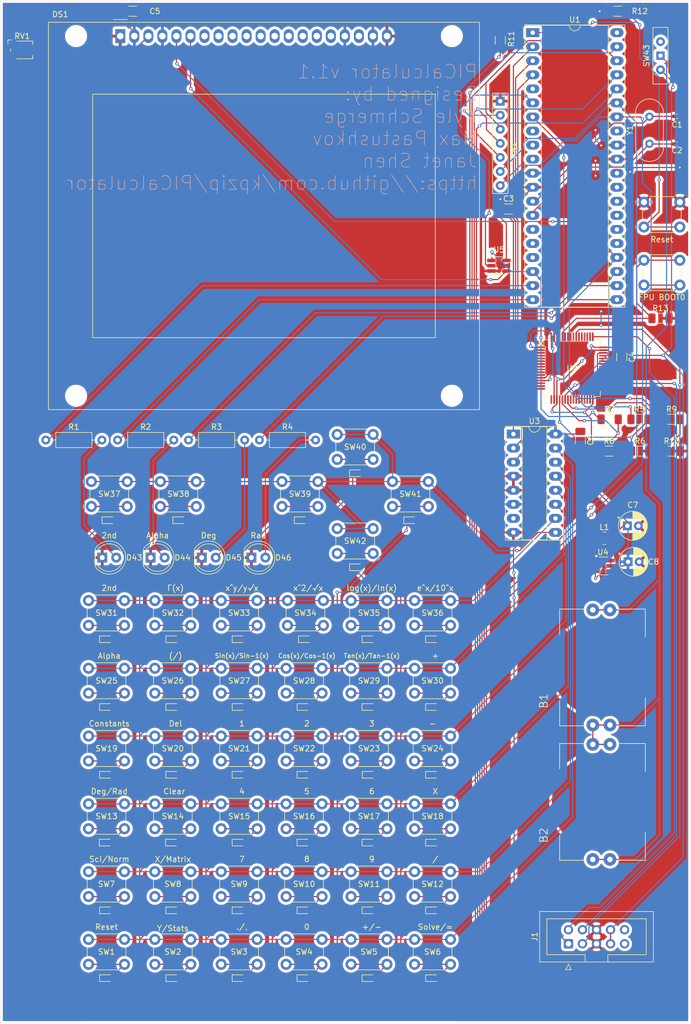
<source format=kicad_pcb>
(kicad_pcb (version 20240108) (generator "pcbnew") (generator_version "8.0")
  (layers (0 "F.Cu" signal) (31 "B.Cu" signal) (34 "B.Paste" user) (35 "F.Paste" user) (36 "B.SilkS" user "B.Silkscreen") (37 "F.SilkS" user "F.Silkscreen") (38 "B.Mask" user) (39 "F.Mask" user) (44 "Edge.Cuts" user))
  (net 0 "")
  (net 1 "Net-(U1-OSC1{slash}CLKIN)")
  (net 2 "GND")
  (net 3 "Net-(U1-OSC2{slash}CLKOUT)")
  (net 4 "+3.3V")
  (net 5 "Net-(D1-K)")
  (net 6 "Net-(D1-A)")
  (net 7 "Net-(D2-A)")
  (net 8 "Net-(D14-K)")
  (net 9 "Net-(D3-A)")
  (net 10 "Net-(D15-K)")
  (net 11 "Net-(D4-A)")
  (net 12 "Net-(D10-K)")
  (net 13 "Net-(D11-K)")
  (net 14 "Net-(D5-A)")
  (net 15 "Net-(D12-K)")
  (net 16 "Net-(D6-A)")
  (net 17 "Net-(D7-A)")
  (net 18 "Net-(D8-A)")
  (net 19 "Net-(D9-A)")
  (net 20 "Net-(D10-A)")
  (net 21 "Net-(D11-A)")
  (net 22 "Net-(D12-A)")
  (net 23 "Net-(D13-A)")
  (net 24 "Net-(D14-A)")
  (net 25 "Net-(D15-A)")
  (net 26 "Net-(D16-A)")
  (net 27 "Net-(D17-A)")
  (net 28 "Net-(D18-A)")
  (net 29 "Net-(D19-A)")
  (net 30 "Net-(D20-A)")
  (net 31 "Net-(D21-A)")
  (net 32 "Net-(D22-A)")
  (net 33 "Net-(D23-A)")
  (net 34 "Net-(D24-A)")
  (net 35 "Net-(D25-A)")
  (net 36 "Net-(D26-A)")
  (net 37 "Net-(D27-A)")
  (net 38 "Net-(D28-A)")
  (net 39 "Net-(D29-A)")
  (net 40 "Net-(D30-A)")
  (net 41 "Net-(D31-A)")
  (net 42 "Net-(D32-A)")
  (net 43 "Net-(D33-A)")
  (net 44 "Net-(D34-A)")
  (net 45 "Net-(D35-A)")
  (net 46 "Net-(D36-A)")
  (net 47 "Net-(D37-A)")
  (net 48 "Net-(D38-A)")
  (net 49 "Net-(D39-A)")
  (net 50 "Net-(D40-A)")
  (net 51 "Net-(D41-A)")
  (net 52 "Net-(D42-A)")
  (net 53 "Net-(DS1-VO)")
  (net 54 "Net-(U3-Y0)")
  (net 55 "Net-(U3-Y1)")
  (net 56 "Net-(U3-Y2)")
  (net 57 "Net-(U3-Y3)")
  (net 58 "Net-(U3-Y4)")
  (net 59 "Net-(U3-Y5)")
  (net 60 "Net-(U3-Y6)")
  (net 61 "Net-(D43-A)")
  (net 62 "Net-(U1-AN0{slash}RA0)")
  (net 64 "SCK")
  (net 66 "Net-(D44-A)")
  (net 67 "Net-(U1-CVref{slash}Vref-{slash}AN2{slash}RA2)")
  (net 69 "MOSI")
  (net 75 "COSS")
  (net 76 "Net-(D45-A)")
  (net 80 "DSS")
  (net 81 "MISO")
  (net 82 "Net-(D46-A)")
  (net 86 "Net-(U1-AN1{slash}RA1)")
  (net 100 "SWO")
  (net 134 "2ND")
  (net 146 "Net-(B1-+)")
  (net 147 "+5V")
  (net 148 "Net-(U4-SW)")
  (net 149 "ALPHA")
  (net 150 "DEG")
  (net 151 "RAD")
  (net 153 "Net-(U1-~{MCLR}{slash}Vpp)")
  (net 154 "Net-(U2-PA5)")
  (net 155 "Net-(U2-PA4)")
  (net 156 "Net-(U2-PA7)")
  (net 158 "Net-(DS1-SCK)")
  (net 159 "SWDIO")
  (net 160 "FPURST")
  (net 161 "SWCLK")
  (net 163 "Net-(U2-BOOT0)")
  (footprint "Button_Switch_THT:SW_PUSH_6mm" (layer "F.Cu") (at 45 181.25)
    (property "Reference" "SW1")
    (property "Value" "Reset")
  )
  (footprint "Diode_SMD:D_SOD-523" (layer "F.Cu") (at 84 188.25)
    (property "Reference" "D4" (hide yes))
    (property "Value" "BAS7002")
  )
  (footprint "Button_Switch_THT:SW_PUSH_6mm" (layer "F.Cu") (at 80.75 169)
    (property "Reference" "SW10")
    (property "Value" "8")
  )
  (footprint "Resistor_SMD:R_1206_3216Metric_Pad1.30x1.75mm_HandSolder" (layer "F.Cu") (at 144.8 93)
    (property "Reference" "R6")
    (property "Value" "2kΩ")
  )
  (footprint "Inductor_SMD:L_1008_2520Metric_Pad1.43x2.20mm_HandSolder" (layer "F.Cu") (at 138.3375 108.75 180)
    (property "Reference" "L1")
    (property "Value" "4.7µH")
  )
  (footprint "Diode_SMD:D_SOD-523" (layer "F.Cu") (at 107.25 163.75)
    (property "Reference" "D18" (hide yes))
    (property "Value" "BAS7002")
  )
  (footprint "Button_Switch_THT:SW_PUSH_6mm" (layer "F.Cu") (at 45.5 98.5)
    (property "Reference" "SW37")
    (property "Value" "Graph")
  )
  (footprint "Button_Switch_THT:SW_PUSH_6mm" (layer "F.Cu") (at 57 169)
    (property "Reference" "SW8")
    (property "Value" "X/Matrix")
  )
  (footprint "Capacitor_SMD:C_0402_1005Metric_Pad0.74x0.62mm_HandSolder" (layer "F.Cu") (at 151.5 37.5 180)
    (property "Reference" "C2")
    (property "Value" "22pF")
  )
  (footprint "Button_Switch_THT:SW_PUSH_6mm" (layer "F.Cu") (at 45 132.25)
    (property "Reference" "SW25")
    (property "Value" "Alpha")
  )
  (footprint "Capacitor_SMD:C_1206_3216Metric_Pad1.33x1.80mm_HandSolder" (layer "F.Cu") (at 134 91 -90)
    (property "Reference" "C6")
    (property "Value" "100nF")
  )
  (footprint "Diode_SMD:D_SOD-523" (layer "F.Cu") (at 95.75 188.25)
    (property "Reference" "D5" (hide yes))
    (property "Value" "BAS7002")
  )
  (footprint "Button_Switch_THT:SW_PUSH_6mm" (layer "F.Cu") (at 69 169)
    (property "Reference" "SW9")
    (property "Value" "7")
  )
  (footprint "Diode_SMD:D_SOD-523" (layer "F.Cu") (at 107.25 151.5)
    (property "Reference" "D24" (hide yes))
    (property "Value" "BAS7002")
  )
  (footprint "Button_Switch_THT:SW_PUSH_6mm" (layer "F.Cu") (at 57 120)
    (property "Reference" "SW32")
    (property "Value" "Γ(x)")
  )
  (footprint "Button_Switch_THT:SW_PUSH_6mm" (layer "F.Cu") (at 45 144.5)
    (property "Reference" "SW19")
    (property "Value" "Constants")
  )
  (footprint "Button_Switch_THT:SW_PUSH_6mm" (layer "F.Cu") (at 69 181.25)
    (property "Reference" "SW3")
    (property "Value" "./,")
  )
  (footprint "Diode_SMD:D_SOD-523" (layer "F.Cu") (at 84 139.25)
    (property "Reference" "D28" (hide yes))
    (property "Value" "BAS7002")
  )
  (footprint "Connector_IDC:IDC-Header_2x05_P2.54mm_Vertical" (layer "F.Cu") (at 131.84 182.04 90)
    (property "Reference" "J1")
    (property "Value" "Conn_02x05_Odd_Even")
  )
  (footprint "Button_Switch_THT:SW_PUSH_6mm" (layer "F.Cu") (at 104 169)
    (property "Reference" "SW12")
    (property "Value" "/")
  )
  (footprint "Parts:ERM12864-7" (layer "F.Cu") (at 94.24 17.5)
    (property "Reference" "DS1")
    (property "Value" "ERM12864-7")
  )
  (footprint "Resistor_THT:R_Axial_DIN0207_L6.3mm_D2.5mm_P10.16mm_Horizontal" (layer "F.Cu") (at 37.26 91)
    (property "Reference" "R1")
    (property "Value" "470Ω")
  )
  (footprint "Diode_SMD:D_SOD-523" (layer "F.Cu") (at 48.25 151.5)
    (property "Reference" "D19" (hide yes))
    (property "Value" "BAS7002")
  )
  (footprint "Button_Switch_THT:SW_PUSH_6mm" (layer "F.Cu") (at 92.5 120)
    (property "Reference" "SW35")
    (property "Value" "log(x)/ln(x)")
  )
  (footprint "Button_Switch_THT:SW_PUSH_6mm" (layer "F.Cu") (at 92.5 132.25)
    (property "Reference" "SW29")
    (property "Value" "Tan(x)/Tan-1(x)")
  )
  (footprint "Button_Switch_THT:SW_PUSH_6mm" (layer "F.Cu") (at 57 156.75)
    (property "Reference" "SW14")
    (property "Value" "Clear")
  )
  (footprint "Resistor_SMD:R_1206_3216Metric_Pad1.30x1.75mm_HandSolder" (layer "F.Cu") (at 139.3 87.25)
    (property "Reference" "R7")
    (property "Value" "1kΩ")
  )
  (footprint "Resistor_THT:R_Axial_DIN0207_L6.3mm_D2.5mm_P10.16mm_Horizontal" (layer "F.Cu") (at 63.09 91)
    (property "Reference" "R3")
    (property "Value" "470Ω")
  )
  (footprint "Parts:BAT_BAT-HLD-001-THM" (layer "F.Cu") (at 137.75 156.4 90)
    (property "Reference" "B2")
    (property "Value" "2032")
  )
  (footprint "Button_Switch_THT:SW_PUSH_6mm" (layer "F.Cu") (at 104 144.5)
    (property "Reference" "SW24")
    (property "Value" "-")
  )
  (footprint "Diode_SMD:D_SOD-523" (layer "F.Cu") (at 48.25 127)
    (property "Reference" "D31" (hide yes))
    (property "Value" "BAS7002")
  )
  (footprint "Diode_SMD:D_SOD-523" (layer "F.Cu") (at 60.25 188.25)
    (property "Reference" "D2" (hide yes))
    (property "Value" "BAS7002")
  )
  (footprint "Diode_SMD:D_SOD-523" (layer "F.Cu") (at 60.2 163.75)
    (property "Reference" "D14" (hide yes))
    (property "Value" "BAS7002")
  )
  (footprint "Button_Switch_THT:SW_PUSH_6mm" (layer "F.Cu") (at 57 181.25)
    (property "Reference" "SW2")
    (property "Value" "Y/Stats")
  )
  (footprint "Diode_SMD:D_SOD-523" (layer "F.Cu") (at 48.25 176)
    (property "Reference" "D7" (hide yes))
    (property "Value" "BAS7002")
  )
  (footprint "Button_Switch_THT:SW_PUSH_6mm" (layer "F.Cu") (at 92.5 144.5)
    (property "Reference" "SW23")
    (property "Value" "3")
  )
  (footprint "Diode_SMD:D_SOD-523" (layer "F.Cu") (at 95.75 163.75)
    (property "Reference" "D17" (hide yes))
    (property "Value" "BAS7002")
  )
  (footprint "Resistor_SMD:R_1206_3216Metric_Pad1.30x1.75mm_HandSolder" (layer "F.Cu") (at 144.7 87.25)
    (property "Reference" "R5")
    (property "Value" "1kΩ")
  )
  (footprint "Package_DIP:DIP-16_W7.62mm_Socket_LongPads" (layer "F.Cu") (at 121.88 89.92)
    (property "Reference" "U3")
    (property "Value" "74HC238")
  )
  (footprint "Capacitor_THT:CP_Radial_D5.0mm_P2.00mm" (layer "F.Cu") (at 142.632388 113)
    (property "Reference" "C8")
    (property "Value" "4.7µF")
  )
  (footprint "Button_Switch_THT:SW_PUSH_6mm" (layer "F.Cu") (at 100 98.5)
    (property "Reference" "SW41")
    (property "Value" "Right")
  )
  (footprint "Diode_SMD:D_SOD-523" (layer "F.Cu") (at 83.5 105.5)
    (property "Reference" "D39" (hide yes))
    (property "Value" "BAS7002")
  )
  (footprint "Diode_SMD:D_SOD-523" (layer "F.Cu") (at 107.25 176)
    (property "Reference" "D12" (hide yes))
    (property "Value" "BAS7002")
  )
  (footprint "Button_Switch_THT:SW_PUSH_6mm" (layer "F.Cu") (at 92.5 156.75)
    (property "Reference" "SW17")
    (property "Value" "6")
  )
  (footprint "Diode_SMD:D_SOD-523" (layer "F.Cu") (at 107.25 188.25)
    (property "Reference" "D6" (hide yes))
    (property "Value" "BAS7002")
  )
  (footprint "LED_THT:LED_D5.0mm" (layer "F.Cu") (at 56.225 112.25)
    (property "Reference" "D44")
    (property "Value" "Alpha")
  )
  (footprint "Button_Switch_THT:SW_PUSH_6mm" (layer "F.Cu") (at 45 169)
    (property "Reference" "SW7")
    (property "Value" "Sci/Norm")
  )
  (footprint "Capacitor_SMD:C_1206_3216Metric_Pad1.33x1.80mm_HandSolder" (layer "F.Cu") (at 141.5 76 -90)
    (property "Reference" "C4")
    (property "Value" "100nF")
  )
  (footprint "Package_QFP:LQFP-64_10x10mm_P0.5mm" (layer "F.Cu") (at 132.5 78)
    (property "Reference" "U2")
    (property "Value" "STM32F401RCTx")
  )
  (footprint "Diode_SMD:D_SOD-523" (layer "F.Cu") (at 84 151.5)
    (property "Reference" "D22" (hide yes))
    (property "Value" "BAS7002")
  )
  (footprint "Button_Switch_THT:SW_PUSH_6mm" (layer "F.Cu") (at 57 132.25)
    (property "Reference" "SW26")
    (property "Value" "(/)")
  )
  (footprint "Button_Switch_THT:SW_PUSH_6mm" (layer "F.Cu") (at 104 156.75)
    (property "Reference" "SW18")
    (property "Value" "X")
  )
  (footprint "Diode_SMD:D_SOD-523" (layer "F.Cu") (at 103.3 105.5)
    (property "Reference" "D41" (hide yes))
    (property "Value" "BAS7002")
  )
  (footprint "Crystal:Crystal_HC49-U_Vertical" (layer "F.Cu") (at 146.5 37.45 90)
    (property "Reference" "Y1")
    (property "Value" "20MHz")
  )
  (footprint "Capacitor_SMD:C_1206_3216Metric_Pad1.33x1.80mm_HandSolder" (layer "F.Cu") (at 53 13.5 180)
    (property "Reference" "C5")
    (property "Value" "100nF")
  )
  (footprint "Diode_SMD:D_SOD-523" (layer "F.Cu") (at 48.7 105.5)
    (property "Reference" "D37" (hide yes))
    (property "Value" "BAS7002")
  )
  (footprint "Button_Switch_THT:SW_PUSH_6mm" (layer "F.Cu") (at 104 181.25)
    (property "Reference" "SW6")
    (property "Value" "Solve/=")
  )
  (footprint "Diode_SMD:D_SOD-523" (layer "F.Cu") (at 60.25 127)
    (property "Reference" "D32" (hide yes))
    (property "Value" "BAS7002")
  )
  (footprint "Capacitor_SMD:C_1206_3216Metric_Pad1.33x1.80mm_HandSolder" (layer "F.Cu") (at 121 49.25)
    (property "Reference" "C3")
    (property "Value" "100nF")
  )
  (footprint "Diode_SMD:D_SOD-523" (layer "F.Cu") (at 72.25 151.5)
    (property "Reference" "D21" (hide yes))
    (property "Value" "BAS7002")
  )
  (footprint "Potentiometer_SMD:Potentiometer_Bourns_TC33X_Vertical" (layer "F.Cu") (at 33 20.5)
    (property "Reference" "RV1")
    (property "Value" "10kΩ")
  )
  (footprint "Diode_SMD:D_SOD-523" (layer "F.Cu") (at 48.25 188.25)
    (property "Reference" "D1" (hide yes))
    (property "Value" "BAS7002")
  )
  (footprint "Button_Switch_THT:SW_PUSH_6mm" (layer "F.Cu") (at 80.75 132.25)
    (property "Reference" "SW28")
    (property "Value" "Cos(x)/Cos-1(x)")
  )
  (footprint "Diode_SMD:D_SOD-523" (layer "F.Cu") (at 95.75 127)
    (property "Reference" "D35" (hide yes))
    (property "Value" "BAS7002")
  )
  (footprint "Diode_SMD:D_SOD-523" (layer "F.Cu") (at 48.2 163.75)
    (property "Reference" "D13" (hide yes))
    (property "Value" "BAS7002")
  )
  (footprint "Button_Switch_THT:SW_PUSH_6mm" (layer "F.Cu") (at 145.5 58.5)
    (property "Reference" "SW44" (hide yes))
    (property "Value" "FPU BOOT0")
  )
  (footprint "Diode_SMD:D_SOD-523" (layer "F.Cu") (at 72.25 139.25)
    (property "Reference" "D27" (hide yes))
    (property "Value" "BAS7002")
  )
  (footprint "Diode_SMD:D_SOD-523" (layer "F.Cu") (at 95.75 139.25)
    (property "Reference" "D29" (hide yes))
    (property "Value" "BAS7002")
  )
  (footprint "Diode_SMD:D_SOD-523" (layer "F.Cu") (at 60.25 139.25)
    (property "Reference" "D26" (hide yes))
    (property "Value" "BAS7002")
  )
  (footprint "Button_Switch_THT:SW_PUSH_6mm" (layer "F.Cu") (at 104 132.25)
    (property "Reference" "SW30")
    (property "Value" "+")
  )
  (footprint "Resistor_SMD:R_1206_3216Metric_Pad1.30x1.75mm_HandSolder" (layer "F.Cu") (at 119.5 18.75 -90)
    (property "Reference" "R11")
    (property "Value" "10kΩ")
  )
  (footprint "Diode_SMD:D_SOD-523" (layer "F.Cu") (at 84 163.75)
    (property "Reference" "D16" (hide yes))
    (property "Value" "BAS7002")
  )
  (footprint "Diode_SMD:D_SOD-523" (layer "F.Cu") (at 48.25 139.25)
    (property "Reference" "D25" (hide yes))
    (property "Value" "BAS7002")
  )
  (footprint "Button_Switch_THT:SW_PUSH_6mm" (layer "F.Cu") (at 81 120)
    (property "Reference" "SW34")
    (property "Value" "x^2/√x")
  )
  (footprint "LED_THT:LED_D5.0mm" (layer "F.Cu") (at 65.475 112.25)
    (property "Reference" "D45")
    (property "Value" "Deg")
  )
  (footprint "Diode_SMD:D_SOD-523" (layer "F.Cu") (at 61.5 105.5)
    (property "Reference" "D38" (hide yes))
    (property "Value" "BAS7002")
  )
  (footprint "Button_Switch_THT:SW_PUSH_6mm" (layer "F.Cu") (at 69 132.25)
    (property "Reference" "SW27")
    (property "Value" "Sin(x)/Sin-1(x)")
  )
  (footprint "Resistor_SMD:R_1206_3216Metric_Pad1.30x1.75mm_HandSolder" (layer "F.Cu") (at 148.5 69)
    (property "Reference" "R13")
    (property "Value" "10kΩ")
  )
  (footprint "Parts:BAT_BAT-HLD-001-THM" (layer "F.Cu") (at 137.75 132.1 90)
    (property "Reference" "B1")
    (property "Value" "2032")
  )
  (footprint "Button_Switch_THT:SW_PUSH_6mm" (layer "F.Cu") (at 104 120)
    (property "Reference" "SW36")
    (property "Value" "e^x/10^x")
  )
  (footprint "Button_Switch_THT:SW_PUSH_6mm" (layer "F.Cu") (at 145.5 48)
    (property "Reference" "SW45" (hide yes))
    (property "Value" "Reset")
  )
  (footprint "Diode_SMD:D_SOD-523" (layer "F.Cu") (at 93.5 97)
    (property "Reference" "D40" (hide yes))
    (property "Value" "BAS7002")
  )
  (footprint "Button_Switch_THT:SW_PUSH_6mm" (layer "F.Cu") (at 45 120)
    (property "Reference" "SW31")
    (property "Value" "2nd")
  )
  (footprint "Capacitor_THT:CP_Radial_D5.0mm_P2.00mm" (layer "F.Cu") (at 142.5 106.5)
    (property "Reference" "C7")
    (property "Value" "4.7µF")
  )
  (footprint "Resistor_SMD:R_1206_3216Metric_Pad1.30x1.75mm_HandSolder" (layer "F.Cu") (at 140.75 13.5)
    (property "Reference" "R12")
    (property "Value" "10kΩ")
  )
  (footprint "Button_Switch_THT:SW_PUSH_6mm" (layer "F.Cu") (at 69 144.5)
    (property "Reference" "SW21")
    (property "Value" "1")
  )
  (footprint "Button_Switch_THT:SW_PUSH_6mm" (layer "F.Cu") (at 57 144.5)
    (property "Reference" "SW20")
    (property "Value" "Del")
  )
  (footprint "Diode_SMD:D_SOD-523" (layer "F.Cu") (at 107.25 127)
    (property "Reference" "D36" (hide yes))
    (property "Value" "BAS7002")
  )
  (footprint "Resistor_SMD:R_1206_3216Metric_Pad1.30x1.75mm_HandSolder" (layer "F.Cu") (at 139.2 93)
    (property "Reference" "R8")
    (property "Value" "2kΩ")
  )
  (footprint "Button_Switch_THT:SW_PUSH_6mm" (layer "F.Cu") (at 90 90)
    (property "Reference" "SW40")
    (property "Value" "Up")
  )
  (footprint "Diode_SMD:D_SOD-523" (layer "F.Cu") (at 72.25 163.75)
    (property "Reference" "D15" (hide yes))
    (property "Value" "BAS7002")
  )
  (footprint "Button_Switch_THT:SW_PUSH_6mm" (layer "F.Cu") (at 80.75 144.5)
    (property "Reference" "SW22")
    (property "Value" "2")
  )
  (footprint "Button_Switch_THT:SW_PUSH_6mm" (layer "F.Cu") (at 90 107)
    (property "Reference" "SW42")
    (property "Value" "Down")
  )
  (footprint "Capacitor_SMD:C_0402_1005Metric_Pad0.74x0.62mm_HandSolder" (layer "F.Cu") (at 151.5 32.5 180)
    (property "Reference" "C1")
    (property "Value" "22pF")
  )
  (footprint "Diode_SMD:D_SOD-523" (layer "F.Cu") (at 95.8 151.5)
    (property "Reference" "D23" (hide yes))
    (property "Value" "BAS7002")
  )
  (footprint "Button_Switch_THT:SW_Slide-03_Wuerth-WS-SLTV_10x2.5x6.4_P2.54mm" (layer "F.Cu") (at 148.5 21.54 90)
    (property "Reference" "SW43")
    (property "Value" "Power")
  )
  (footprint "Diode_SMD:D_SOD-523" (layer "F.Cu") (at 93.5 114)
    (property "Reference" "D42" (hide yes))
    (property "Value" "BAS7002")
  )
  (footprint "Button_Switch_THT:SW_PUSH_6mm" (layer "F.Cu") (at 92.5 181.25)
    (property "Reference" "SW5")
    (property "Value" "+/-")
  )
  (footprint "Resistor_THT:R_Axial_DIN0207_L6.3mm_D2.5mm_P10.16mm_Horizontal" (layer "F.Cu") (at 50.26 91)
    (property "Reference" "R2")
    (property "Value" "470Ω")
  )
  (footprint "Resistor_SMD:R_1206_3216Metric_Pad1.30x1.75mm_HandSolder" (layer "F.Cu") (at 150.55 93)
    (property "Reference" "R10")
    (property "Value" "2kΩ")
  )
  (footprint "Resistor_THT:R_Array_SIP7" (layer "F.Cu") (at 119.5 29.76 -90)
    (property "Reference" "RN1")
    (property "Value" "10kΩ")
  )
  (footprint "Diode_SMD:D_SOD-523" (layer "F.Cu") (at 95.75 176)
    (property "Reference" "D11" (hide yes))
    (property "Value" "BAS7002")
  )
  (footprint "Button_Switch_THT:SW_PUSH_6mm" (layer "F.Cu") (at 80.75 156.75)
    (property "Reference" "SW16")
    (property "Value" "5")
  )
  (footprint "Diode_SMD:D_SOD-523" (layer "F.Cu") (at 72.25 127)
    (property "Reference" "D33" (hide yes))
    (property "Value" "BAS7002")
  )
  (footprint "Diode_SMD:D_SOD-523" (layer "F.Cu") (at 84.25 127)
    (property "Reference" "D34" (hide yes))
    (property "Value" "BAS7002")
  )
  (footprint "Button_Switch_THT:SW_PUSH_6mm" (layer "F.Cu") (at 80 98.5)
    (property "Reference" "SW39")
    (property "Value" "Left")
  )
  (footprint "Button_Switch_THT:SW_PUSH_6mm" (layer "F.Cu") (at 69 120)
    (property "Reference" "SW33")
    (property "Value" "x^y/y√x")
  )
  (footprint "LED_THT:LED_D5.0mm" (layer "F.Cu") (at 74.46 112.25)
    (property "Reference" "D46")
    (property "Value" "Rad")
  )
  (footprint "Package_TO_SOT_SMD:SOT-23-5_HandSoldering" (layer "F.Cu") (at 119.25 59.5)
    (property "Reference" "U5")
    (property "Value" "SN74LVC1G32DBVR")
  )
  (footprint "Diode_SMD:D_SOD-523" (layer "F.Cu") (at 84 176)
    (property "Reference" "D10" (hide yes))
    (property "Value" "BAS7002")
  )
  (footprint "Button_Switch_THT:SW_PUSH_6mm" (layer "F.Cu") (at 80.75 181.25)
    (property "Reference" "SW4")
    (property "Value" "0")
  )
  (footprint "Package_TO_SOT_SMD:SOT-23-6_Handsoldering" (layer "F.Cu") (at 138.0875 113.75)
    (property "Reference" "U4")
    (property "Value" "ISL9111EH50Z-T7A")
  )
  (footprint "Button_Switch_THT:SW_PUSH_6mm" (layer "F.Cu") (at 58 98.5)
    (property "Reference" "SW38")
    (property "Value" "Programs")
  )
  (footprint "Resistor_SMD:R_1206_3216Metric_Pad1.30x1.75mm_HandSolder" (layer "F.Cu") (at 150.5 87.25)
    (property "Reference" "R9")
    (property "Value" "1kΩ")
  )
  (footprint "Button_Switch_THT:SW_PUSH_6mm" (layer "F.Cu") (at 92.5 169)
    (property "Reference" "SW11")
    (property "Value" "9")
  )
  (footprint "Diode_SMD:D_SOD-523" (layer "F.Cu") (at 107.25 139.25)
    (property "Reference" "D30" (hide yes))
    (property "Value" "BAS7002")
  )
  (footprint "Button_Switch_THT:SW_PUSH_6mm" (layer "F.Cu") (at 45 156.75)
    (property "Reference" "SW13")
    (property "Value" "Deg/Rad")
  )
  (footprint "Resistor_THT:R_Axial_DIN0207_L6.3mm_D2.5mm_P10.16mm_Horizontal" (layer "F.Cu") (at 75.92 91)
    (property "Reference" "R4")
    (property "Value" "470Ω")
  )
  (footprint "Package_DIP:DIP-40_W15.24mm_Socket_LongPads" (layer "F.Cu") (at 125.375 17.375)
    (property "Reference" "U1")
    (property "Value" "PIC16C74")
  )
  (footprint "Button_Switch_THT:SW_PUSH_6mm" (layer "F.Cu") (at 69 156.75)
    (property "Reference" "SW15")
    (property "Value" "4")
  )
  (footprint "Diode_SMD:D_SOD-523" (layer "F.Cu") (at 72.25 188.25)
    (property "Reference" "D3" (hide yes))
    (property "Value" "BAS7002")
  )
  (footprint "Diode_SMD:D_SOD-523" (layer "F.Cu") (at 60.25 151.5)
    (property "Reference" "D20" (hide yes))
    (property "Value" "BAS7002")
  )
  (footprint "LED_THT:LED_D5.0mm" (layer "F.Cu") (at 47.475 112.25)
    (property "Reference" "D43")
    (property "Value" "2nd")
  )
  (footprint "Diode_SMD:D_SOD-523" (layer "F.Cu") (at 72.25 176)
    (property "Reference" "D9" (hide yes))
    (property "Value" "BAS7002")
  )
  (footprint "Diode_SMD:D_SOD-523" (layer "F.Cu") (at 60.25 176)
    (property "Reference" "D8" (hide yes))
    (property "Value" "BAS7002")
  )
  (gr_rect (start 29 11.5) (end 154 196.5) (stroke (width 0.05)) (fill none) (layer "Edge.Cuts"))
  (gr_text "PICalculator v1.1\nDesigned by:\nKyle Schmerge\nMax Pastushkov\nJanet Shen\nhttps://github.com/kpzip/PICalculator\n" (at 115.5 46 0) (layer "B.SilkS") (effects (font (size 2.5 2.5) (thickness 0.1)) (justify left bottom mirror)))
  (segment (start 125.895 47.855) (end 125.375 47.855) (width 0.2) (layer "F.Cu") (net 1))
  (segment (start 140.035 33.715) (end 125.895 47.855) (width 0.2) (layer "F.Cu") (net 1))
  (segment (start 150.9325 32.5) (end 146.57 32.5) (width 0.2) (layer "F.Cu") (net 1))
  (segment (start 146.5 32.57) (end 145.355 33.715) (width 0.2) (layer "F.Cu") (net 1))
  (segment (start 145.355 33.715) (end 140.035 33.715) (width 0.2) (layer "F.Cu") (net 1))
  (segment (start 146.57 32.5) (end 146.5 32.57) (width 0.2) (layer "F.Cu") (net 1))
  (segment (start 136.7375 113.75) (end 137.226076 113.75) (width 0.2) (layer "F.Cu") (net 2))
  (segment (start 136.5 74.75) (end 132.36759 74.75) (width 0.2) (layer "F.Cu") (net 2))
  (segment (start 136.5 75.5) (end 135.75 76.25) (width 0.2) (layer "F.Cu") (net 2))
  (segment (start 122.5625 48.1275) (end 125.375 45.315) (width 0.2) (layer "F.Cu") (net 2))
  (segment (start 127.63241 79.75) (end 126.825 79.75) (width 0.2) (layer "F.Cu") (net 2))
  (segment (start 132.36759 74.75) (end 130.86759 74.75) (width 0.2) (layer "F.Cu") (net 2))
  (segment (start 138.98241 74.75) (end 141.5 77.26759) (width 0.2) (layer "F.Cu") (net 2))
  (segment (start 130.86759 74.75) (end 130.86759 76.51482) (width 0.2) (layer "F.Cu") (net 2))
  (segment (start 130.86759 76.51482) (end 129.25 78.13241) (width 0.2) (layer "F.Cu") (net 2))
  (segment (start 138.175 74.75) (end 136.5 74.75) (width 0.2) (layer "F.Cu") (net 2))
  (segment (start 122.5625 49.25) (end 122.5625 48.1275) (width 0.2) (layer "F.Cu") (net 2))
  (segment (start 141.5 77.26759) (end 141.5 77.5625) (width 0.2) (layer "F.Cu") (net 2))
  (segment (start 135.75 76.25) (end 135.75 83.675) (width 0.2) (layer "F.Cu") (net 2))
  (segment (start 130.86759 76.51482) (end 127.63241 79.75) (width 0.2) (layer "F.Cu") (net 2))
  (segment (start 129.25 78.13241) (end 129.25 83.675) (width 0.2) (layer "F.Cu") (net 2))
  (segment (start 130.86759 74.75) (end 129.25 73.13241) (width 0.2) (layer "F.Cu") (net 2))
  (segment (start 138.175 74.75) (end 138.98241 74.75) (width 0.2) (layer "F.Cu") (net 2))
  (segment (start 129.25 73.13241) (end 129.25 72.325) (width 0.2) (layer "F.Cu") (net 2))
  (segment (start 136.5 74.75) (end 136.5 75.5) (width 0.2) (layer "F.Cu") (net 2))
  (via (at 136.75 43.25) (size 0.6) (drill 0.3) (layers "F.Cu" "B.Cu") (net 2))
  (via (at 137.75 37.75) (size 0.6) (drill 0.3) (layers "F.Cu" "B.Cu") (net 2))
  (via (at 137.75 67.75) (size 0.6) (drill 0.3) (layers "F.Cu" "B.Cu") (net 2))
  (via (at 136.75 40.5) (size 0.6) (drill 0.3) (layers "F.Cu" "B.Cu") (net 2))
  (via (at 136.75 35) (size 0.6) (drill 0.3) (layers "F.Cu" "B.Cu") (net 2))
  (via (at 137.75 70.25) (size 0.6) (drill 0.3) (layers "F.Cu" "B.Cu") (net 2))
  (segment (start 136.75 40.5) (end 136.75 43.25) (width 0.2) (layer "B.Cu") (net 2))
  (segment (start 137.75 37.75) (end 136.75 36.75) (width 0.2) (layer "B.Cu") (net 2))
  (segment (start 137.75 70.25) (end 137.75 67.75) (width 0.2) (layer "B.Cu") (net 2))
  (segment (start 136.75 36.75) (end 136.75 35) (width 0.2) (layer "B.Cu") (net 2))
  (segment (start 150.9325 37.5) (end 146.55 37.5) (width 0.2) (layer "F.Cu") (net 3))
  (segment (start 142.275 41.675) (end 133.510635 41.675) (width 0.2) (layer "F.Cu") (net 3))
  (segment (start 133.510635 41.675) (end 125.375 49.810635) (width 0.2) (layer "F.Cu") (net 3))
  (segment (start 146.5 37.45) (end 142.275 41.675) (width 0.2) (layer "F.Cu") (net 3))
  (segment (start 125.375 49.810635) (end 125.375 50.395) (width 0.2) (layer "F.Cu") (net 3))
  (segment (start 146.55 37.5) (end 146.5 37.45) (width 0.2) (layer "F.Cu") (net 3))
  (segment (start 136.25 83.675) (end 136.25 84.48241) (width 0.2) (layer "F.Cu") (net 4))
  (segment (start 145.5 63) (end 152 63) (width 0.2) (layer "F.Cu") (net 4))
  (segment (start 136.5 74.25) (end 138.175 74.25) (width 0.2) (layer "F.Cu") (net 4))
  (segment (start 142.7625 75.7) (end 141.5 74.4375) (width 0.2) (layer "F.Cu") (net 4))
  (segment (start 141.3125 74.25) (end 138.175 74.25) (width 0.2) (layer "F.Cu") (net 4))
  (segment (start 129.75 80.25) (end 130 80) (width 0.2) (layer "F.Cu") (net 4))
  (segment (start 129.75 83.675) (end 129.75 80.25) (width 0.2) (layer "F.Cu") (net 4))
  (segment (start 142.632388 105.882388) (end 142.632388 106.5) (width 0.2) (layer "F.Cu") (net 4))
  (segment (start 136.7375 115.9875) (end 136.75 116) (width 0.2) (layer "F.Cu") (net 4))
  (segment (start 130 80) (end 131 80) (width 0.2) (layer "F.Cu") (net 4))
  (segment (start 136.25 74) (end 136.5 74.25) (width 0.2) (layer "F.Cu") (net 4))
  (segment (start 139.5 112.7375) (end 139.4375 112.8) (width 0.2) (layer "F.Cu") (net 4))
  (segment (start 148.5 24.08) (end 150.75 26.33) (width 0.2) (layer "F.Cu") (net 4))
  (segment (start 128.9 85.251471) (end 129.401471 84.75) (width 0.2) (layer "F.Cu") (net 4))
  (segment (start 128.9 85.9) (end 128.9 85.251471) (width 0.2) (layer "F.Cu") (net 4))
  (segment (start 136 99.25) (end 142.632388 105.882388) (width 0.2) (layer "F.Cu") (net 4))
  (segment (start 149 75.7) (end 142.7625 75.7) (width 0.2) (layer "F.Cu") (net 4))
  (segment (start 139.5 108.75) (end 139.5 112.7375) (width 0.2) (layer "F.Cu") (net 4))
  (segment (start 129.5 84.75) (end 129.75 84.5) (width 0.2) (layer "F.Cu") (net 4))
  (segment (start 126.825 80.25) (end 128.25 80.25) (width 0.2) (layer "F.Cu") (net 4))
  (segment (start 126.825 74.25) (end 125.25 74.25) (width 0.2) (layer "F.Cu") (net 4))
  (segment (start 128.25 80.25) (end 128.5 80) (width 0.2) (layer "F.Cu") (net 4))
  (segment (start 139.46 179.5) (end 139.46 182.04) (width 0.2) (layer "F.Cu") (net 4))
  (segment (start 134.741205 85.991205) (end 134.75 86) (width 0.2) (layer "F.Cu") (net 4))
  (segment (start 131 80) (end 134.25 76.75) (width 0.2) (layer "F.Cu") (net 4))
  (segment (start 136.25 84.48241) (end 134.741205 85.991205) (width 0.2) (layer "F.Cu") (net 4))
  (segment (start 129.75 84.5) (end 129.75 83.675) (width 0.2) (layer "F.Cu") (net 4))
  (segment (start 141.5 74.4375) (end 141.3125 74.25) (width 0.2) (layer "F.Cu") (net 4))
  (segment (start 141.75 106.5) (end 142.632388 106.5) (width 0.2) (layer "F.Cu") (net 4))
  (segment (start 129 74.5) (end 128.75 74.25) (width 0.2) (layer "F.Cu") (net 4))
  (segment (start 129.401471 84.75) (end 129.5 84.75) (width 0.2) (layer "F.Cu") (net 4))
  (segment (start 150.75 26.33) (end 150.75 27.25) (width 0.2) (layer "F.Cu") (net 4))
  (segment (start 134.75 86) (end 136 87.25) (width 0.2) (layer "F.Cu") (net 4))
  (segment (start 128.75 74.25) (end 128.75 72.325) (width 0.2) (layer "F.Cu") (net 4))
  (segment (start 136 87.25) (end 136 99.25) (width 0.2) (layer "F.Cu") (net 4))
  (segment (start 138.948924 112.8) (end 139.4375 112.8) (width 0.2) (layer "F.Cu") (net 4))
  (segment (start 139.5 108.75) (end 141.75 106.5) (width 0.2) (layer "F.Cu") (net 4))
  (segment (start 145.5 63) (end 145.5 63.5) (width 0.2) (layer "F.Cu") (net 4))
  (segment (start 136.7375 114.7) (end 136.7375 115.9875) (width 0.2) (layer "F.Cu") (net 4))
  (segment (start 136 74) (end 136.25 74) (width 0.2) (layer "F.Cu") (net 4))
  (segment (start 125.25 74.25) (end 125 74) (width 0.2) (layer "F.Cu") (net 4))
  (via (at 125 74) (size 0.6) (drill 0.3) (layers "F.Cu" "B.Cu") (net 4))
  (via (at 130 80) (size 0.6) (drill 0.3) (layers "F.Cu" "B.Cu") (net 4))
  (via (at 128.9 85.9) (size 0.6) (drill 0.3) (layers "F.Cu" "B.Cu") (net 4))
  (via (at 134.75 86) (size 0.6) (drill 0.3) (layers "F.Cu" "B.Cu") (net 4))
  (via (at 149 75.7) (size 0.6) (drill 0.3) (layers "F.Cu" "B.Cu") (net 4))
  (via (at 150.75 27.25) (size 0.6) (drill 0.3) (layers "F.Cu" "B.Cu") (net 4))
  (via (at 134.25 76.75) (size 0.6) (drill 0.3) (layers "F.Cu" "B.Cu") (net 4))
  (via (at 136.75 116) (size 0.6) (drill 0.3) (layers "F.Cu" "B.Cu") (net 4))
  (via (at 136 74) (size 0.6) (drill 0.3) (layers "F.Cu" "B.Cu") (net 4))
  (via (at 129 74.5) (size 0.6) (drill 0.3) (layers "F.Cu" "B.Cu") (net 4))
  (via (at 128.5 80) (size 0.6) (drill 0.3) (layers "F.Cu" "B.Cu") (net 4))
  (segment (start 129 74.5) (end 129 79) (width 0.2) (layer "B.Cu") (net 4))
  (segment (start 136 75) (end 136 74) (width 0.2) (layer "B.Cu") (net 4))
  (segment (start 152 63) (end 150.5 64.5) (width 0.2) (layer "B.Cu") (net 4))
  (segment (start 139.46 179.5) (end 152.6 166.36) (width 0.2) (layer "B.Cu") (net 4))
  (segment (start 134.25 76.75) (end 136 75) (width 0.2) (layer "B.Cu") (net 4))
  (segment (start 128 71.25) (end 125.75 71.25) (width 0.2) (layer "B.Cu") (net 4))
  (segment (start 142.632388 110.117612) (end 142.632388 106.5) (width 0.2) (layer "B.Cu") (net 4))
  (segment (start 129 79) (end 130 80) (width 0.2) (layer "B.Cu") (net 4))
  (segment (start 125 72) (end 125 74) (width 0.2) (layer "B.Cu") (net 4))
  (segment (start 150.5 74.2) (end 150.5 64.5) (width 0.2) (layer "B.Cu") (net 4))
  (segment (start 150.5 64.5) (end 150.5 27.5) (width 0.2) (layer "B.Cu") (net 4))
  (segment (start 150.5 27.5) (end 150.75 27.25) (width 0.2) (layer "B.Cu") (net 4))
  (segment (start 142.632388 105.882388) (end 142.632388 106.5) (width 0.2) (layer "B.Cu") (net 4))
  (segment (start 129 86) (end 134.75 86) (width 0.2) (layer "B.Cu") (net 4))
  (segment (start 149 75.7) (end 150.5 74.2) (width 0.2) (layer "B.Cu") (net 4))
  (segment (start 128.9 85.9) (end 129 86) (width 0.2) (layer "B.Cu") (net 4))
  (segment (start 125.75 71.25) (end 125 72) (width 0.2) (layer "B.Cu") (net 4))
  (segment (start 136.75 116) (end 142.632388 110.117612) (width 0.2) (layer "B.Cu") (net 4))
  (segment (start 152.6 166.36) (end 152.6 79.3) (width 0.2) (layer "B.Cu") (net 4))
  (segment (start 152.6 79.3) (end 149 75.7) (width 0.2) (layer "B.Cu") (net 4))
  (segment (start 129 72.25) (end 128 71.25) (width 0.2) (layer "B.Cu") (net 4))
  (segment (start 129 74.5) (end 129 72.25) (width 0.2) (layer "B.Cu") (net 4))
  (segment (start 128.5 79.5) (end 128.5 80) (width 0.2) (layer "B.Cu") (net 4))
  (segment (start 129 79) (end 128.5 79.5) (width 0.2) (layer "B.Cu") (net 4))
  (segment (start 47.5 139.25) (end 42.25 144.5) (width 0.2) (layer "F.Cu") (net 5))
  (segment (start 42.25 111.25) (end 42.25 132.25) (width 0.2) (layer "F.Cu") (net 5))
  (segment (start 47.5 176) (end 42.25 181.25) (width 0.2) (layer "F.Cu") (net 5))
  (segment (start 48 105.5) (end 42.25 111.25) (width 0.2) (layer "F.Cu") (net 5))
  (segment (start 42.25 156.75) (end 42.25 169) (width 0.2) (layer "F.Cu") (net 5))
  (segment (start 47.55 127) (end 47.5 127) (width 0.2) (layer "F.Cu") (net 5))
  (segment (start 110.52843 195.8) (end 44.55 195.8) (width 0.2) (layer "F.Cu") (net 5))
  (segment (start 47.5 163.75) (end 42.25 169) (width 0.2) (layer "F.Cu") (net 5))
  (segment (start 117 123.5) (end 117 189.32843) (width 0.2) (layer "F.Cu") (net 5))
  (segment (start 47.5 188.25) (end 47.55 188.25) (width 0.2) (layer "F.Cu") (net 5))
  (segment (start 42.25 132.25) (end 42.25 132.5) (width 0.2) (layer "F.Cu") (net 5))
  (segment (start 117 189.32843) (end 110.52843 195.8) (width 0.2) (layer "F.Cu") (net 5))
  (segment (start 42.25 193.5) (end 47.5 188.25) (width 0.2) (layer "F.Cu") (net 5))
  (segment (start 47.55 176) (end 47.5 176) (width 0.2) (layer "F.Cu") (net 5))
  (segment (start 42.25 169) (end 42.25 181.25) (width 0.2) (layer "F.Cu") (net 5))
  (segment (start 42.25 132.5) (end 42.25 133.75) (width 0.2) (layer "F.Cu") (net 5))
  (segment (start 42.25 181.25) (end 42.25 193.5) (width 0.2) (layer "F.Cu") (net 5))
  (segment (start 136 104.5) (end 117 123.5) (width 0.2) (layer "F.Cu") (net 5))
  (segment (start 47.55 139.25) (end 47.5 139.25) (width 0.2) (layer "F.Cu") (net 5))
  (segment (start 144.865 32.615) (end 140.615 32.615) (width 0.2) (layer "F.Cu") (net 5))
  (segment (start 47.55 151.5) (end 47.5 151.5) (width 0.2) (layer "F.Cu") (net 5))
  (segment (start 145.235735 32.985735) (end 144.865 32.615) (width 0.2) (layer "F.Cu") (net 5))
  (segment (start 47.5 127) (end 42.25 132.25) (width 0.2) (layer "F.Cu") (net 5))
  (segment (start 42.25 144.5) (end 42.25 156.75) (width 0.2) (layer "F.Cu") (net 5))
  (segment (start 44.55 195.8) (end 42.25 193.5) (width 0.2) (layer "F.Cu") (net 5))
  (segment (start 47.5 151.5) (end 42.25 156.75) (width 0.2) (layer "F.Cu") (net 5))
  (segment (start 42.25 133.75) (end 42.25 144.5) (width 0.2) (layer "F.Cu") (net 5))
  (via (at 145.235735 32.985735) (size 0.6) (drill 0.3) (layers "F.Cu" "B.Cu") (net 5))
  (via (at 136 104.5) (size 0.6) (drill 0.3) (layers "F.Cu" "B.Cu") (net 5))
  (segment (start 123.165 41.335) (end 126.665 41.335) (width 0.2) (layer "B.Cu") (net 5))
  (segment (start 145.25 44.5) (end 145.25 33) (width 0.2) (layer "B.Cu") (net 5))
  (segment (start 146.8 46.05) (end 145.25 44.5) (width 0.2) (layer "B.Cu") (net 5))
  (segment (start 145.25 65.088478) (end 146.8 63.538478) (width 0.2) (layer "B.Cu") (net 5))
  (segment (start 119.5 45) (end 123.165 41.335) (width 0.2) (layer "B.Cu") (net 5))
  (segment (start 145.25 95.25) (end 145.25 65.088478) (width 0.2) (layer "B.Cu") (net 5))
  (segment (start 136 104.5) (end 145.25 95.25) (width 0.2) (layer "B.Cu") (net 5))
  (segment (start 131.1 36.9) (end 133.165686 36.9) (width 0.2) (layer "B.Cu") (net 5))
  (segment (start 137.450686 32.615) (end 140.615 32.615) (width 0.2) (layer "B.Cu") (net 5))
  (segment (start 133.165686 36.9) (end 137.450686 32.615) (width 0.2) (layer "B.Cu") (net 5))
  (segment (start 145.235735 32.985735) (end 145.25 33) (width 0.2) (layer "B.Cu") (net 5))
  (segment (start 126.665 41.335) (end 131.1 36.9) (width 0.2) (layer "B.Cu") (net 5))
  (segment (start 146.8 63.538478) (end 146.8 46.05) (width 0.2) (layer "B.Cu") (net 5))
  (segment (start 45 185.75) (end 51.5 185.75) (width 0.2) (layer "F.Cu") (net 6))
  (segment (start 49 188.25) (end 48.95 188.25) (width 0.2) (layer "F.Cu") (net 6))
  (segment (start 51.5 185.75) (end 49 188.25) (width 0.2) (layer "F.Cu") (net 6))
  (segment (start 63.5 185.75) (end 61 188.25) (width 0.2) (layer "F.Cu") (net 7))
  (segment (start 61 188.25) (end 60.95 188.25) (width 0.2) (layer "F.Cu") (net 7))
  (segment (start 57 185.75) (end 63.5 185.75) (width 0.2) (layer "F.Cu") (net 7))
  (segment (start 59.55 127) (end 59.5 127) (width 0.2) (layer "F.Cu") (net 8))
  (segment (start 54.25 133.75) (end 54.25 144.5) (width 0.2) (layer "F.Cu") (net 8))
  (segment (start 54.25 169.25) (end 54.25 181.5) (width 0.2) (layer "F.Cu") (net 8))
  (segment (start 59.5 139.25) (end 54.25 144.5) (width 0.2) (layer "F.Cu") (net 8))
  (segment (start 60.8 105.5) (end 60.25 105.5) (width 0.2) (layer "F.Cu") (net 8))
  (segment (start 60.25 105.5) (end 54.25 111.5) (width 0.2) (layer "F.Cu") (net 8))
  (segment (start 56.15 195.4) (end 54.25 193.5) (width 0.2) (layer "F.Cu") (net 8))
  (segment (start 54.25 132.5) (end 54.25 133.75) (width 0.2) (layer "F.Cu") (net 8))
  (segment (start 135.952818 103.202818) (end 135.952817 103.202818) (width 0.2) (layer "F.Cu") (net 8))
  (segment (start 59.5 127) (end 54.25 132.25) (width 0.2) (layer "F.Cu") (net 8))
  (segment (start 54.25 181.5) (end 54.25 193.5) (width 0.2) (layer "F.Cu") (net 8))
  (segment (start 59.55 151.5) (end 59.5 151.5) (width 0.2) (layer "F.Cu") (net 8))
  (segment (start 59.55 139.25) (end 59.5 139.25) (width 0.2) (layer "F.Cu") (net 8))
  (segment (start 135.952817 103.202818) (end 116.6 122.555635) (width 0.2) (layer "F.Cu") (net 8))
  (segment (start 54.25 156.75) (end 54.25 169.25) (width 0.2) (layer "F.Cu") (net 8))
  (segment (start 110.362744 195.4) (end 56.15 195.4) (width 0.2) (layer "F.Cu") (net 8))
  (segment (start 54.25 132.25) (end 54.25 132.5) (width 0.2) (layer "F.Cu") (net 8))
  (segment (start 54.25 181.3) (end 54.25 181.5) (width 0.2) (layer "F.Cu") (net 8))
  (segment (start 54.25 169) (end 54.25 169.25) (width 0.2) (layer "F.Cu") (net 8))
  (segment (start 116.6 122.555635) (end 116.6 189.162744) (width 0.2) (layer "F.Cu") (net 8))
  (segment (start 59.55 176) (end 54.25 181.3) (width 0.2) (layer "F.Cu") (net 8))
  (segment (start 116.6 189.162744) (end 110.362744 195.4) (width 0.2) (layer "F.Cu") (net 8))
  (segment (start 54.25 193.5) (end 59.5 188.25) (width 0.2) (layer "F.Cu") (net 8))
  (segment (start 54.25 144.5) (end 54.25 156.75) (width 0.2) (layer "F.Cu") (net 8))
  (segment (start 59.5 163.75) (end 54.25 169) (width 0.2) (layer "F.Cu") (net 8))
  (segment (start 54.25 111.5) (end 54.25 132.25) (width 0.2) (layer "F.Cu") (net 8))
  (segment (start 59.5 188.25) (end 59.55 188.25) (width 0.2) (layer "F.Cu") (net 8))
  (segment (start 59.5 151.5) (end 54.25 156.75) (width 0.2) (layer "F.Cu") (net 8))
  (via (at 135.952818 103.202818) (size 0.6) (drill 0.3) (layers "F.Cu" "B.Cu") (net 8))
  (segment (start 139.425 30.075) (end 140.615 30.075) (width 0.2) (layer "B.Cu") (net 8))
  (segment (start 123.875 38.085) (end 123.875 37.239365) (width 0.2) (layer "B.Cu") (net 8))
  (segment (start 119.5 42.46) (end 123.875 38.085) (width 0.2) (layer "B.Cu") (net 8))
  (segment (start 133 36.5) (end 139.425 30.075) (width 0.2) (layer "B.Cu") (net 8))
  (segment (start 135.952818 103.202818) (end 144.2 94.955636) (width 0.2) (layer "B.Cu") (net 8))
  (segment (start 144.2 94.955636) (end 144.2 33.66) (width 0.2) (layer "B.Cu") (net 8))
  (segment (start 123.875 37.239365) (end 124.614365 36.5) (width 0.2) (layer "B.Cu") (net 8))
  (segment (start 124.614365 36.5) (end 133 36.5) (width 0.2) (layer "B.Cu") (net 8))
  (segment (start 144.2 33.66) (end 140.615 30.075) (width 0.2) (layer "B.Cu") (net 8))
  (segment (start 75.5 185.75) (end 73 188.25) (width 0.2) (layer "F.Cu") (net 9))
  (segment (start 73 188.25) (end 72.95 188.25) (width 0.2) (layer "F.Cu") (net 9))
  (segment (start 69 185.75) (end 75.5 185.75) (width 0.2) (layer "F.Cu") (net 9))
  (segment (start 71.5 163.75) (end 66.25 169) (width 0.2) (layer "F.Cu") (net 10))
  (segment (start 66.25 156.75) (end 66.25 169) (width 0.2) (layer "F.Cu") (net 10))
  (segment (start 66.25 169) (end 66.25 181.25) (width 0.2) (layer "F.Cu") (net 10))
  (segment (start 71.5 176) (end 66.25 181.25) (width 0.2) (layer "F.Cu") (net 10))
  (segment (start 116.2 112.884314) (end 116.2 188.997058) (width 0.2) (layer "F.Cu") (net 10))
  (segment (start 115.2 111.884314) (end 116.2 112.884314) (width 0.2) (layer "F.Cu") (net 10))
  (segment (start 82.8 105.5) (end 78.75 105.5) (width 0.2) (layer "F.Cu") (net 10))
  (segment (start 71.5 188.25) (end 71.55 188.25) (width 0.2) (layer "F.Cu") (net 10))
  (segment (start 66.25 181.25) (end 66.25 193.5) (width 0.2) (layer "F.Cu") (net 10))
  (segment (start 66.25 193.5) (end 71.5 188.25) (width 0.2) (layer "F.Cu") (net 10))
  (segment (start 115.2 35.5) (end 115.2 111.884314) (width 0.2) (layer "F.Cu") (net 10))
  (segment (start 71.5 127) (end 66.25 132.25) (width 0.2) (layer "F.Cu") (net 10))
  (segment (start 110.197058 195) (end 67.75 195) (width 0.2) (layer "F.Cu") (net 10))
  (segment (start 71.55 127) (end 71.5 127) (width 0.2) (layer "F.Cu") (net 10))
  (segment (start 66.25 118) (end 66.25 132.25) (width 0.2) (layer "F.Cu") (net 10))
  (segment (start 66.25 133.5) (end 66.25 144.5) (width 0.2) (layer "F.Cu") (net 10))
  (segment (start 67.75 195) (end 66.25 193.5) (width 0.2) (layer "F.Cu") (net 10))
  (segment (start 115.75 34.25) (end 115.2 34.8) (width 0.2) (layer "F.Cu") (net 10))
  (segment (start 71.55 163.75) (end 71.5 163.75) (width 0.2) (layer "F.Cu") (net 10))
  (segment (start 71.55 176) (end 71.5 176) (width 0.2) (layer "F.Cu") (net 10))
  (segment (start 71.5 151.5) (end 66.25 156.75) (width 0.2) (layer "F.Cu") (net 10))
  (segment (start 71.55 151.5) (end 71.5 151.5) (width 0.2) (layer "F.Cu") (net 10))
  (segment (start 115.2 35.62) (end 115.2 35.5) (width 0.2) (layer "F.Cu") (net 10))
  (segment (start 119.5 39.92) (end 115.2 35.62) (width 0.2) (layer "F.Cu") (net 10))
  (segment (start 78.75 105.5) (end 66.25 118) (width 0.2) (layer "F.Cu") (net 10))
  (segment (start 66.25 144.5) (end 66.25 156.75) (width 0.2) (layer "F.Cu") (net 10))
  (segment (start 66.25 132.25) (end 66.25 132.5) (width 0.2) (layer "F.Cu") (net 10))
  (segment (start 66.25 132.5) (end 66.25 133.5) (width 0.2) (layer "F.Cu") (net 10))
  (segment (start 116.2 188.997058) (end 110.197058 195) (width 0.2) (layer "F.Cu") (net 10))
  (segment (start 71.5 139.25) (end 66.25 144.5) (width 0.2) (layer "F.Cu") (net 10))
  (segment (start 71.55 139.25) (end 71.5 139.25) (width 0.2) (layer "F.Cu") (net 10))
  (segment (start 115.2 34.8) (end 115.2 35.5) (width 0.2) (layer "F.Cu") (net 10))
  (via (at 115.75 34.25) (size 0.6) (drill 0.3) (layers "F.Cu" "B.Cu") (net 10))
  (segment (start 115.75 34.25) (end 116.285 33.715) (width 0.2) (layer "B.Cu") (net 10))
  (segment (start 116.285 33.715) (end 134.435 33.715) (width 0.2) (layer "B.Cu") (net 10))
  (segment (start 134.435 33.715) (end 140.615 27.535) (width 0.2) (layer "B.Cu") (net 10))
  (segment (start 84.75 188.25) (end 84.7 188.25) (width 0.2) (layer "F.Cu") (net 11))
  (segment (start 80.75 185.75) (end 87.25 185.75) (width 0.2) (layer "F.Cu") (net 11))
  (segment (start 87.25 185.75) (end 84.75 188.25) (width 0.2) (layer "F.Cu") (net 11))
  (segment (start 119.5 37.38) (end 117 34.88) (width 0.2) (layer "F.Cu") (net 12))
  (segment (start 78.25 193.5) (end 79.3 194.55) (width 0.2) (layer "F.Cu") (net 12))
  (segment (start 83.3 163.75) (end 83.25 163.75) (width 0.2) (layer "F.Cu") (net 12))
  (segment (start 83.25 151.5) (end 78.25 156.5) (width 0.2) (layer "F.Cu") (net 12))
  (segment (start 114.8 98.95) (end 114.8 112.05) (width 0.2) (layer "F.Cu") (net 12))
  (segment (start 78.25 144.25) (end 78.25 156.5) (width 0.2) (layer "F.Cu") (net 12))
  (segment (start 107.25 194.55) (end 110.081372 194.55) (width 0.2) (layer "F.Cu") (net 12))
  (segment (start 83.25 163.75) (end 78.25 168.75) (width 0.2) (layer "F.Cu") (net 12))
  (segment (start 117 34.88) (end 117 32.75) (width 0.2) (layer "F.Cu") (net 12))
  (segment (start 83.25 139.25) (end 78.25 144.25) (width 0.2) (layer "F.Cu") (net 12))
  (segment (start 114.8 31.8) (end 114.8 98.95) (width 0.2) (layer "F.Cu") (net 12))
  (segment (start 115.8 188.831372) (end 115.8 185.75) (width 0.2) (layer "F.Cu") (net 12))
  (segment (start 92.8 100.45) (end 78.25 115) (width 0.2) (layer "F.Cu") (net 12))
  (segment (start 117 32.75) (end 115.425 31.175) (width 0.2) (layer "F.Cu") (net 12))
  (segment (start 78.25 156.5) (end 78.25 168.75) (width 0.2) (layer "F.Cu") (net 12))
  (segment (start 78.25 181) (end 78.25 193.5) (width 0.2) (layer "F.Cu") (net 12))
  (segment (start 83.3 151.5) (end 83.25 151.5) (width 0.2) (layer "F.Cu") (net 12))
  (segment (start 83.55 127) (end 83.5 127) (width 0.2) (layer "F.Cu") (net 12))
  (segment (start 110.081372 194.55) (end 115.8 188.831372) (width 0.2) (layer "F.Cu") (net 12))
  (segment (start 115.8 113.05) (end 115 112.25) (width 0.2) (layer "F.Cu") (net 12))
  (segment (start 78.25 193.3) (end 83.3 188.25) (width 0.2) (layer "F.Cu") (net 12))
  (segment (start 78.3 181) (end 78.25 181) (width 0.2) (layer "F.Cu") (net 12))
  (segment (start 78.25 115) (end 78.25 132.25) (width 0.2) (layer "F.Cu") (net 12))
  (segment (start 83.5 127) (end 78.25 132.25) (width 0.2) (layer "F.Cu") (net 12))
  (segment (start 78.25 168.75) (end 78.25 181) (width 0.2) (layer "F.Cu") (net 12))
  (segment (start 92.8 97) (end 92.8 100.45) (width 0.2) (layer "F.Cu") (net 12))
  (segment (start 78.25 193.5) (end 78.25 193.3) (width 0.2) (layer "F.Cu") (net 12))
  (segment (start 78.25 132.25) (end 78.25 132.5) (width 0.2) (layer "F.Cu") (net 12))
  (segment (start 83.3 176) (end 78.3 181) (width 0.2) (layer "F.Cu") (net 12))
  (segment (start 115.425 31.175) (end 114.8 31.8) (width 0.2) (layer "F.Cu") (net 12))
  (segment (start 83.3 139.25) (end 83.25 139.25) (width 0.2) (layer "F.Cu") (net 12))
  (segment (start 78.25 133.5) (end 78.25 144.25) (width 0.2) (layer "F.Cu") (net 12))
  (segment (start 78.25 132.5) (end 78.25 133.5) (width 0.2) (layer "F.Cu") (net 12))
  (segment (start 115.8 185.75) (end 115.8 113.05) (width 0.2) (layer "F.Cu") (net 12))
  (segment (start 114.8 112.05) (end 115 112.25) (width 0.2) (layer "F.Cu") (net 12))
  (segment (start 79.3 194.55) (end 107.25 194.55) (width 0.2) (layer "F.Cu") (net 12))
  (via (at 115.425 31.175) (size 0.6) (drill 0.3) (layers "F.Cu" "B.Cu") (net 12))
  (segment (start 115.425 31.175) (end 134.435 31.175) (width 0.2) (layer "B.Cu") (net 12))
  (segment (start 134.435 31.175) (end 140.615 24.995) (width 0.2) (layer "B.Cu") (net 12))
  (segment (start 95.05 139.25) (end 95 139.25) (width 0.2) (layer "F.Cu") (net 13))
  (segment (start 114.4 112.215686) (end 115.4 113.215686) (width 0.2) (layer "F.Cu") (net 13))
  (segment (start 90 132) (end 90 132.5) (width 0.2) (layer "F.Cu") (net 13))
  (segment (start 90 168.8) (end 90 169) (width 0.2) (layer "F.Cu") (net 13))
  (segment (start 102.6 105.5) (end 102.6 107.238478) (width 0.2) (layer "F.Cu") (net 13))
  (segment (start 95 176) (end 90 181) (width 0.2) (layer "F.Cu") (net 13))
  (segment (start 90 156.5) (end 90 169) (width 0.2) (layer "F.Cu") (net 13))
  (segment (start 109.915686 194.15) (end 90.65 194.15) (width 0.2) (layer "F.Cu") (net 13))
  (segment (start 95 139.25) (end 90 144.25) (width 0.2) (layer "F.Cu") (net 13))
  (segment (start 90 169) (end 90 181) (width 0.2) (layer "F.Cu") (net 13))
  (segment (start 90 132.5) (end 90 133.5) (width 0.2) (layer "F.Cu") (net 13))
  (segment (start 116.917182 31.818653) (end 116.917182 26.417182) (width 0.2) (layer "F.Cu") (net 13))
  (segment (start 90.1 156.5) (end 90 156.5) (width 0.2) (layer "F.Cu") (net 13))
  (segment (start 90.65 194.15) (end 90 193.5) (width 0.2) (layer "F.Cu") (net 13))
  (segment (start 140.615 22.455) (end 136.975 18.815) (width 0.2) (layer "F.Cu") (net 13))
  (segment (start 90 193.5) (end 90 193.3) (width 0.2) (layer "F.Cu") (net 13))
  (segment (start 102.6 107.238478) (end 102.5 107.338478) (width 0.2) (layer "F.Cu") (net 13))
  (segment (start 116.917182 26.417182) (end 114.4 28.934365) (width 0.2) (layer "F.Cu") (net 13))
  (segment (start 114.4 28.934365) (end 114.4 112.215686) (width 0.2) (layer "F.Cu") (net 13))
  (segment (start 124.519365 18.815) (end 116.917182 26.417182) (width 0.2) (layer "F.Cu") (net 13))
  (segment (start 90.05 132) (end 90 132) (width 0.2) (layer "F.Cu") (net 13))
  (segment (start 115.4 188.665686) (end 109.915686 194.15) (width 0.2) (layer "F.Cu") (net 13))
  (segment (start 115.4 113.215686) (end 115.4 188.665686) (width 0.2) (layer "F.Cu") (net 13))
  (segment (start 90 133.5) (end 90 144.25) (width 0.2) (layer "F.Cu") (net 13))
  (segment (start 90 181) (end 90 193.5) (width 0.2) (layer "F.Cu") (net 13))
  (segment (start 90 118.5) (end 90 132) (width 0.2) (layer "F.Cu") (net 13))
  (segment (start 95.1 151.5) (end 90.1 156.5) (width 0.2) (layer "F.Cu") (net 13))
  (segment (start 95.05 127) (end 90.05 132) (width 0.2) (layer "F.Cu") (net 13))
  (segment (start 136.975 18.815) (end 124.519365 18.815) (width 0.2) (layer "F.Cu") (net 13))
  (segment (start 119.5 34.401471) (end 116.917182 31.818653) (width 0.2) (layer "F.Cu") (net 13))
  (segment (start 95.05 176) (end 95 176) (width 0.2) (layer "F.Cu") (net 13))
  (segment (start 90 144.25) (end 90 156.5) (width 0.2) (layer "F.Cu") (net 13))
  (segment (start 95.05 163.75) (end 90 168.8) (width 0.2) (layer "F.Cu") (net 13))
  (segment (start 90 193.3) (end 95.05 188.25) (width 0.2) (layer "F.Cu") (net 13))
  (segment (start 119.5 34.84) (end 119.5 34.401471) (width 0.2) (layer "F.Cu") (net 13))
  (via (at 102.5 107.338478) (size 0.6) (drill 0.3) (layers "F.Cu" "B.Cu") (net 13))
  (via (at 90 118.5) (size 0.6) (drill 0.3) (layers "F.Cu" "B.Cu") (net 13))
  (segment (start 91.338478 118.5) (end 102.5 107.338478) (width 0.2) (layer "B.Cu") (net 13))
  (segment (start 90 118.5) (end 91.338478 118.5) (width 0.2) (layer "B.Cu") (net 13))
  (segment (start 99 185.75) (end 96.5 188.25) (width 0.2) (layer "F.Cu") (net 14))
  (segment (start 96.5 188.25) (end 96.45 188.25) (width 0.2) (layer "F.Cu") (net 14))
  (segment (start 92.5 185.75) (end 99 185.75) (width 0.2) (layer "F.Cu") (net 14))
  (segment (start 115 113.381372) (end 115 188.5) (width 0.2) (layer "F.Cu") (net 15))
  (segment (start 101.75 193.75) (end 101.5 193.5) (width 0.2) (layer "F.Cu") (net 15))
  (segment (start 101.5 169) (end 101.5 181) (width 0.2) (layer "F.Cu") (net 15))
  (segment (start 106.55 139.25) (end 106.5 139.25) (width 0.2) (layer "F.Cu") (net 15))
  (segment (start 101.5 193.5) (end 101.5 193.3) (width 0.2) (layer "F.Cu") (net 15))
  (segment (start 114 32.5) (end 114 112.381372) (width 0.2) (layer "F.Cu") (net 15))
  (segment (start 115 188.5) (end 109.75 193.75) (width 0.2) (layer "F.Cu") (net 15))
  (segment (start 99.5 116.25) (end 101.5 118.25) (width 0.2) (layer "F.Cu") (net 15))
  (segment (start 106.5 151.5) (end 101.5 156.5) (width 0.2) (layer "F.Cu") (net 15))
  (segment (start 101.5 132.25) (end 101.5 133.5) (width 0.2) (layer "F.Cu") (net 15))
  (segment (start 106.55 127) (end 106.5 127) (width 0.2) (layer "F.Cu") (net 15))
  (segment (start 101.5 168.8) (end 101.5 169) (width 0.2) (layer "F.Cu") (net 15))
  (segment (start 109.75 193.75) (end 101.75 193.75) (width 0.2) (layer "F.Cu") (net 15))
  (segment (start 106.5 139.25) (end 101.5 144.25) (width 0.2) (layer "F.Cu") (net 15))
  (segment (start 101.5 118.25) (end 101.5 118.5) (width 0.2) (layer "F.Cu") (net 15))
  (segment (start 101.5 132) (end 101.5 132.25) (width 0.2) (layer "F.Cu") (net 15))
  (segment (start 106.55 176) (end 101.55 181) (width 0.2) (layer "F.Cu") (net 15))
  (segment (start 106.55 163.75) (end 101.5 168.8) (width 0.2) (layer "F.Cu") (net 15))
  (segment (start 101.5 181) (end 101.5 193.5) (width 0.2) (layer "F.Cu") (net 15))
  (segment (start 101.5 156.5) (end 101.5 169) (width 0.2) (layer "F.Cu") (net 15))
  (segment (start 114 28.25) (end 114 32.5) (width 0.2) (layer "F.Cu") (net 15))
  (segment (start 106.5 127) (end 101.5 132) (width 0.2) (layer "F.Cu") (net 15))
  (segment (start 114 112.381372) (end 115 113.381372) (width 0.2) (layer "F.Cu") (net 15))
  (segment (start 92.8 114) (end 95.05 116.25) (width 0.2) (layer "F.Cu") (net 15))
  (segment (start 101.55 181) (end 101.5 181) (width 0.2) (layer "F.Cu") (net 15))
  (segment (start 106.55 151.5) (end 106.5 151.5) (width 0.2) (layer "F.Cu") (net 15))
  (segment (start 101.5 144.25) (end 101.5 156.5) (width 0.2) (layer "F.Cu") (net 15))
  (segment (start 101.5 133.5) (end 101.5 144.25) (width 0.2) (layer "F.Cu") (net 15))
  (segment (start 114 32.5) (end 113 31.5) (width 0.2) (layer "F.Cu") (net 15))
  (segment (start 95.05 116.25) (end 99.5 116.25) (width 0.2) (layer "F.Cu") (net 15))
  (segment (start 101.5 193.3) (end 106.55 188.25) (width 0.2) (layer "F.Cu") (net 15))
  (segment (start 101.5 118.5) (end 101.5 132) (width 0.2) (layer "F.Cu") (net 15))
  (via (at 113 31.5) (size 0.6) (drill 0.3) (layers "F.Cu" "B.Cu") (net 15))
  (via (at 114 28.25) (size 0.6) (drill 0.3) (layers "F.Cu" "B.Cu") (net 15))
  (segment (start 114 28.25) (end 121.235 21.015) (width 0.2) (layer "B.Cu") (net 15))
  (segment (start 113 31.5) (end 113.8 32.3) (width 0.2) (layer "B.Cu") (net 15))
  (segment (start 139.515 21.015) (end 140.615 19.915) (width 0.2) (layer "B.Cu") (net 15))
  (segment (start 113.8 32.3) (end 119.5 32.3) (width 0.2) (layer "B.Cu") (net 15))
  (segment (start 121.235 21.015) (end 139.515 21.015) (width 0.2) (layer "B.Cu") (net 15))
  (segment (start 104 185.75) (end 110.5 185.75) (width 0.2) (layer "F.Cu") (net 16))
  (segment (start 110.5 185.75) (end 108 188.25) (width 0.2) (layer "F.Cu") (net 16))
  (segment (start 108 188.25) (end 107.95 188.25) (width 0.2) (layer "F.Cu") (net 16))
  (segment (start 49 176) (end 48.95 176) (width 0.2) (layer "F.Cu") (net 17))
  (segment (start 51.5 173.5) (end 49 176) (width 0.2) (layer "F.Cu") (net 17))
  (segment (start 45 173.5) (end 51.5 173.5) (width 0.2) (layer "F.Cu") (net 17))
  (segment (start 61 176) (end 60.95 176) (width 0.2) (layer "F.Cu") (net 18))
  (segment (start 57 173.5) (end 63.5 173.5) (width 0.2) (layer "F.Cu") (net 18))
  (segment (start 63.5 173.5) (end 61 176) (width 0.2) (layer "F.Cu") (net 18))
  (segment (start 73 176) (end 72.95 176) (width 0.2) (layer "F.Cu") (net 19))
  (segment (start 75.5 173.5) (end 73 176) (width 0.2) (layer "F.Cu") (net 19))
  (segment (start 69 173.5) (end 75.5 173.5) (width 0.2) (layer "F.Cu") (net 19))
  (segment (start 84.75 176) (end 84.7 176) (width 0.2) (layer "F.Cu") (net 20))
  (segment (start 80.75 173.5) (end 87.25 173.5) (width 0.2) (layer "F.Cu") (net 20))
  (segment (start 87.25 173.5) (end 84.75 176) (width 0.2) (layer "F.Cu") (net 20))
  (segment (start 92.5 173.5) (end 99 173.5) (width 0.2) (layer "F.Cu") (net 21))
  (segment (start 99 173.5) (end 96.5 176) (width 0.2) (layer "F.Cu") (net 21))
  (segment (start 96.5 176) (end 96.45 176) (width 0.2) (layer "F.Cu") (net 21))
  (segment (start 104 173.5) (end 110.5 173.5) (width 0.2) (layer "F.Cu") (net 22))
  (segment (start 110.5 173.5) (end 108 176) (width 0.2) (layer "F.Cu") (net 22))
  (segment (start 108 176) (end 107.95 176) (width 0.2) (layer "F.Cu") (net 22))
  (segment (start 45 161.25) (end 51.5 161.25) (width 0.2) (layer "F.Cu") (net 23))
  (segment (start 51.5 161.25) (end 49 163.75) (width 0.2) (layer "F.Cu") (net 23))
  (segment (start 49 163.75) (end 48.9 163.75) (width 0.2) (layer "F.Cu") (net 23))
  (segment (start 63.5 161.25) (end 61 163.75) (width 0.2) (layer "F.Cu") (net 24))
  (segment (start 61 163.75) (end 60.9 163.75) (width 0.2) (layer "F.Cu") (net 24))
  (segment (start 57 161.25) (end 63.5 161.25) (width 0.2) (layer "F.Cu") (net 24))
  (segment (start 75.5 161.25) (end 73 163.75) (width 0.2) (layer "F.Cu") (net 25))
  (segment (start 73 163.75) (end 72.95 163.75) (width 0.2) (layer "F.Cu") (net 25))
  (segment (start 69 161.25) (end 75.5 161.25) (width 0.2) (layer "F.Cu") (net 25))
  (segment (start 84.75 163.75) (end 84.7 163.75) (width 0.2) (layer "F.Cu") (net 26))
  (segment (start 87.25 161.25) (end 84.75 163.75) (width 0.2) (layer "F.Cu") (net 26))
  (segment (start 80.75 161.25) (end 87.25 161.25) (width 0.2) (layer "F.Cu") (net 26))
  (segment (start 99 161.25) (end 96.5 163.75) (width 0.2) (layer "F.Cu") (net 27))
  (segment (start 92.5 161.25) (end 99 161.25) (width 0.2) (layer "F.Cu") (net 27))
  (segment (start 96.5 163.75) (end 96.45 163.75) (width 0.2) (layer "F.Cu") (net 27))
  (segment (start 108 163.75) (end 107.95 163.75) (width 0.2) (layer "F.Cu") (net 28))
  (segment (start 110.5 161.25) (end 108 163.75) (width 0.2) (layer "F.Cu") (net 28))
  (segment (start 104 161.25) (end 110.5 161.25) (width 0.2) (layer "F.Cu") (net 28))
  (segment (start 51.5 149) (end 49 151.5) (width 0.2) (layer "F.Cu") (net 29))
  (segment (start 49 151.5) (end 48.95 151.5) (width 0.2) (layer "F.Cu") (net 29))
  (segment (start 45 149) (end 51.5 149) (width 0.2) (layer "F.Cu") (net 29))
  (segment (start 57 149) (end 63.5 149) (width 0.2) (layer "F.Cu") (net 30))
  (segment (start 63.5 149) (end 61 151.5) (width 0.2) (layer "F.Cu") (net 30))
  (segment (start 61 151.5) (end 60.95 151.5) (width 0.2) (layer "F.Cu") (net 30))
  (segment (start 75.5 149) (end 73 151.5) (width 0.2) (layer "F.Cu") (net 31))
  (segment (start 73 151.5) (end 72.95 151.5) (width 0.2) (layer "F.Cu") (net 31))
  (segment (start 69 149) (end 75.5 149) (width 0.2) (layer "F.Cu") (net 31))
  (segment (start 80.75 149) (end 87.25 149) (width 0.2) (layer "F.Cu") (net 32))
  (segment (start 87.25 149) (end 84.75 151.5) (width 0.2) (layer "F.Cu") (net 32))
  (segment (start 84.75 151.5) (end 84.7 151.5) (width 0.2) (layer "F.Cu") (net 32))
  (segment (start 92.5 149) (end 99 149) (width 0.2) (layer "F.Cu") (net 33))
  (segment (start 99 149) (end 96.5 151.5) (width 0.2) (layer "F.Cu") (net 33))
  (segment (start 110.5 149) (end 108 151.5) (width 0.2) (layer "F.Cu") (net 34))
  (segment (start 104 149) (end 110.5 149) (width 0.2) (layer "F.Cu") (net 34))
  (segment (start 108 151.5) (end 107.95 151.5) (width 0.2) (layer "F.Cu") (net 34))
  (segment (start 49 139.25) (end 48.95 139.25) (width 0.2) (layer "F.Cu") (net 35))
  (segment (start 45 136.75) (end 51.5 136.75) (width 0.2) (layer "F.Cu") (net 35))
  (segment (start 51.5 136.75) (end 49 139.25) (width 0.2) (layer "F.Cu") (net 35))
  (segment (start 63.5 136.75) (end 61 139.25) (width 0.2) (layer "F.Cu") (net 36))
  (segment (start 57 136.75) (end 63.5 136.75) (width 0.2) (layer "F.Cu") (net 36))
  (segment (start 61 139.25) (end 60.95 139.25) (width 0.2) (layer "F.Cu") (net 36))
  (segment (start 69 136.75) (end 75.5 136.75) (width 0.2) (layer "F.Cu") (net 37))
  (segment (start 75.5 136.75) (end 73 139.25) (width 0.2) (layer "F.Cu") (net 37))
  (segment (start 73 139.25) (end 72.95 139.25) (width 0.2) (layer "F.Cu") (net 37))
  (segment (start 80.75 136.75) (end 87.25 136.75) (width 0.2) (layer "F.Cu") (net 38))
  (segment (start 87.25 136.75) (end 84.75 139.25) (width 0.2) (layer "F.Cu") (net 38))
  (segment (start 84.75 139.25) (end 84.7 139.25) (width 0.2) (layer "F.Cu") (net 38))
  (segment (start 96.5 139.25) (end 96.45 139.25) (width 0.2) (layer "F.Cu") (net 39))
  (segment (start 99 136.75) (end 96.5 139.25) (width 0.2) (layer "F.Cu") (net 39))
  (segment (start 92.5 136.75) (end 99 136.75) (width 0.2) (layer "F.Cu") (net 39))
  (segment (start 110.5 136.75) (end 108 139.25) (width 0.2) (layer "F.Cu") (net 40))
  (segment (start 108 139.25) (end 107.95 139.25) (width 0.2) (layer "F.Cu") (net 40))
  (segment (start 104 136.75) (end 110.5 136.75) (width 0.2) (layer "F.Cu") (net 40))
  (segment (start 51.5 124.5) (end 49 127) (width 0.2) (layer "F.Cu") (net 41))
  (segment (start 45 124.5) (end 51.5 124.5) (width 0.2) (layer "F.Cu") (net 41))
  (segment (start 49 127) (end 48.95 127) (width 0.2) (layer "F.Cu") (net 41))
  (segment (start 57 124.5) (end 63.5 124.5) (width 0.2) (layer "F.Cu") (net 42))
  (segment (start 61 127) (end 60.95 127) (width 0.2) (layer "F.Cu") (net 42))
  (segment (start 63.5 124.5) (end 61 127) (width 0.2) (layer "F.Cu") (net 42))
  (segment (start 75.5 124.5) (end 73 127) (width 0.2) (layer "F.Cu") (net 43))
  (segment (start 69 124.5) (end 75.5 124.5) (width 0.2) (layer "F.Cu") (net 43))
  (segment (start 73 127) (end 72.95 127) (width 0.2) (layer "F.Cu") (net 43))
  (segment (start 85 127) (end 84.95 127) (width 0.2) (layer "F.Cu") (net 44))
  (segment (start 87.5 124.5) (end 85 127) (width 0.2) (layer "F.Cu") (net 44))
  (segment (start 81 124.5) (end 87.5 124.5) (width 0.2) (layer "F.Cu") (net 44))
  (segment (start 99 124.5) (end 96.5 127) (width 0.2) (layer "F.Cu") (net 45))
  (segment (start 96.5 127) (end 96.45 127) (width 0.2) (layer "F.Cu") (net 45))
  (segment (start 92.5 124.5) (end 99 124.5) (width 0.2) (layer "F.Cu") (net 45))
  (segment (start 108 127) (end 107.95 127) (width 0.2) (layer "F.Cu") (net 46))
  (segment (start 110.5 124.5) (end 108 127) (width 0.2) (layer "F.Cu") (net 46))
  (segment (start 104 124.5) (end 110.5 124.5) (width 0.2) (layer "F.Cu") (net 46))
  (segment (start 49.4 105.5) (end 46.9 103) (width 0.2) (layer "F.Cu") (net 47))
  (segment (start 45.5 103) (end 52 103) (width 0.2) (layer "F.Cu") (net 47))
  (segment (start 46.9 103) (end 45.5 103) (width 0.2) (layer "F.Cu") (net 47))
  (segment (start 58 103) (end 59.5 103) (width 0.2) (layer "F.Cu") (net 48))
  (segment (start 62.2 105.5) (end 59.7 103) (width 0.2) (layer "F.Cu") (net 48))
  (segment (start 59.5 103) (end 64.5 103) (width 0.2) (layer "F.Cu") (net 48))
  (segment (start 59.7 103) (end 59.5 103) (width 0.2) (layer "F.Cu") (net 48))
  (segment (start 81.7 103) (end 81.5 103) (width 0.2) (layer "F.Cu") (net 49))
  (segment (start 81.5 103) (end 86.5 103) (width 0.2) (layer "F.Cu") (net 49))
  (segment (start 80 103) (end 81.5 103) (width 0.2) (layer "F.Cu") (net 49))
  (segment (start 84.2 105.5) (end 81.7 103) (width 0.2) (layer "F.Cu") (net 49))
  (segment (start 91.7 94.5) (end 91.5 94.5) (width 0.2) (layer "F.Cu") (net 50))
  (segment (start 90 94.5) (end 91.5 94.5) (width 0.2) (layer "F.Cu") (net 50))
  (segment (start 91.5 94.5) (end 96.5 94.5) (width 0.2) (layer "F.Cu") (net 50))
  (segment (start 94.2 97) (end 91.7 94.5) (width 0.2) (layer "F.Cu") (net 50))
  (segment (start 104 105.5) (end 101.5 103) (width 0.2) (layer "F.Cu") (net 51))
  (segment (start 100 103) (end 101.5 103) (width 0.2) (layer "F.Cu") (net 51))
  (segment (start 101.5 103) (end 106.5 103) (width 0.2) (layer "F.Cu") (net 51))
  (segment (start 90 111.5) (end 91.5 111.5) (width 0.2) (layer "F.Cu") (net 52))
  (segment (start 91.7 111.5) (end 91.5 111.5) (width 0.2) (layer "F.Cu") (net 52))
  (segment (start 91.5 111.5) (end 96.5 111.5) (width 0.2) (layer "F.Cu") (net 52))
  (segment (start 94.2 114) (end 91.7 111.5) (width 0.2) (layer "F.Cu") (net 52))
  (segment (start 35.7 21.75) (end 34.45 20.5) (width 0.2) (layer "F.Cu") (net 53))
  (segment (start 52.07 21.75) (end 35.7 21.75) (width 0.2) (layer "F.Cu") (net 53))
  (segment (start 55.82 18) (end 52.07 21.75) (width 0.2) (layer "F.Cu") (net 53))
  (segment (start 132.6 159.15) (end 132.6 95.56) (width 0.2) (layer "B.Cu") (net 54))
  (segment (start 110.5 181.25) (end 132.6 159.15) (width 0.2) (layer "B.Cu") (net 54))
  (segment (start 132.6 95.56) (end 129.5 92.46) (width 0.2) (layer "B.Cu") (net 54))
  (segment (start 45 181.25) (end 110.5 181.25) (width 0.2) (layer "B.Cu") (net 54))
  (segment (start 115.75 169) (end 110.5 169) (width 0.2) (layer "B.Cu") (net 55))
  (segment (start 129.5 95) (end 132.2 97.7) (width 0.2) (layer "B.Cu") (net 55))
  (segment (start 45 169) (end 110.5 169) (width 0.2) (layer "B.Cu") (net 55))
  (segment (start 132.2 152.55) (end 115.75 169) (width 0.2) (layer "B.Cu") (net 55))
  (segment (start 132.2 97.7) (end 132.2 152.55) (width 0.2) (layer "B.Cu") (net 55))
  (segment (start 131.8 99.84) (end 129.5 97.54) (width 0.2) (layer "B.Cu") (net 56))
  (segment (start 131.8 135.45) (end 131.8 99.84) (width 0.2) (layer "B.Cu") (net 56))
  (segment (start 45 156.75) (end 110.5 156.75) (width 0.2) (layer "B.Cu") (net 56))
  (segment (start 110.5 156.75) (end 131.8 135.45) (width 0.2) (layer "B.Cu") (net 56))
  (segment (start 131.4 101.98) (end 129.5 100.08) (width 0.2) (layer "B.Cu") (net 57))
  (segment (start 131.4 123.6) (end 131.4 101.98) (width 0.2) (layer "B.Cu") (net 57))
  (segment (start 104 144.5) (end 110.5 144.5) (width 0.2) (layer "B.Cu") (net 57))
  (segment (start 45 144.5) (end 104 144.5) (width 0.2) (layer "B.Cu") (net 57))
  (segment (start 110.5 144.5) (end 131.4 123.6) (width 0.2) (layer "B.Cu") (net 57))
  (segment (start 131 104.12) (end 129.5 102.62) (width 0.2) (layer "B.Cu") (net 58))
  (segment (start 110.5 132.25) (end 131 111.75) (width 0.2) (layer "B.Cu") (net 58))
  (segment (start 45 132.25) (end 110.25 132.25) (width 0.2) (layer "B.Cu") (net 58))
  (segment (start 131 111.75) (end 131 104.12) (width 0.2) (layer "B.Cu") (net 58))
  (segment (start 114.66 120) (end 129.5 105.16) (width 0.2) (layer "B.Cu") (net 59))
  (segment (start 51.5 120) (end 57 120) (width 0.2) (layer "B.Cu") (net 59))
  (segment (start 57 120) (end 63.5 120) (width 0.2) (layer "B.Cu") (net 59))
  (segment (start 45 120) (end 51.5 120) (width 0.2) (layer "B.Cu") (net 59))
  (segment (start 110.5 120) (end 114.66 120) (width 0.2) (layer "B.Cu") (net 59))
  (segment (start 63.5 120) (end 69 120) (width 0.2) (layer "B.Cu") (net 59))
  (segment (start 69 120) (end 75.5 120) (width 0.2) (layer "B.Cu") (net 59))
  (segment (start 75.5 120) (end 110.5 120) (width 0.2) (layer "B.Cu") (net 59))
  (segment (start 45.5 98.5) (end 64.5 98.5) (width 0.2) (layer "F.Cu") (net 60))
  (segment (start 126.3 107.7) (end 129.5 107.7) (width 0.2) (layer "F.Cu") (net 60))
  (segment (start 122.5 111) (end 123 111) (width 0.2) (layer "F.Cu") (net 60))
  (segment (start 123 111) (end 126.3 107.7) (width 0.2) (layer "F.Cu") (net 60))
  (segment (start 64.5 98.5) (end 86.5 98.5) (width 0.2) (layer "F.Cu") (net 60))
  (via (at 122.5 111) (size 0.6) (drill 0.3) (layers "F.Cu" "B.Cu") (net 60))
  (segment (start 100 98.5) (end 100 93.5) (width 0.2) (layer "B.Cu") (net 60))
  (segment (start 119 111) (end 122.5 111) (width 0.2) (layer "B.Cu") (net 60))
  (segment (start 86.5 98.5) (end 95 107) (width 0.2) (layer "B.Cu") (net 60))
  (segment (start 106.5 98.5) (end 119 111) (width 0.2) (layer "B.Cu") (net 60))
  (segment (start 90 90) (end 96.5 90) (width 0.2) (layer "B.Cu") (net 60))
  (segment (start 105 98.5) (end 106.5 98.5) (width 0.2) (layer "B.Cu") (net 60))
  (segment (start 100 93.5) (end 96.5 90) (width 0.2) (layer "B.Cu") (net 60))
  (segment (start 86.5 98.5) (end 105 98.5) (width 0.2) (layer "B.Cu") (net 60))
  (segment (start 90 107) (end 95 107) (width 0.2) (layer "B.Cu") (net 60))
  (segment (start 95 107) (end 96.5 107) (width 0.2) (layer "B.Cu") (net 60))
  (segment (start 44.2 94.22) (end 44.2 106.435) (width 0.2) (layer "B.Cu") (net 61))
  (segment (start 44.2 106.435) (end 50.015 112.25) (width 0.2) (layer "B.Cu") (net 61))
  (segment (start 47.42 91) (end 44.2 94.22) (width 0.2) (layer "B.Cu") (net 61))
  (segment (start 120.8 47.318628) (end 120.8 50.466115) (width 0.2) (layer "F.Cu") (net 62))
  (segment (start 121.88 51.546115) (end 121.88 89.92) (width 0.2) (layer "F.Cu") (net 62))
  (segment (start 120.8 50.466115) (end 121.88 51.546115) (width 0.2) (layer "F.Cu") (net 62))
  (segment (start 121.88 46.238628) (end 120.8 47.318628) (width 0.2) (layer "F.Cu") (net 62))
  (segment (start 125.375 19.915) (end 121.88 23.41) (width 0.2) (layer "F.Cu") (net 62))
  (segment (start 121.88 23.41) (end 121.88 46.238628) (width 0.2) (layer "F.Cu") (net 62))
  (segment (start 137.5 87.25) (end 137.75 87.25) (width 0.2) (layer "F.Cu") (net 64))
  (segment (start 118 57) (end 118 58.45) (width 0.2) (layer "F.Cu") (net 64))
  (segment (start 125.375 60.555) (end 126.875 62.055) (width 0.2) (layer "F.Cu") (net 64))
  (segment (start 118 58.45) (end 117.9 58.55) (width 0.2) (layer "F.Cu") (net 64))
  (segment (start 136.25 86) (end 137.5 87.25) (width 0.2) (layer "F.Cu") (net 64))
  (segment (start 126.875 72.5) (end 126.875 72.625) (width 0.2) (layer "F.Cu") (net 64))
  (segment (start 126.875 62.055) (end 126.875 72.5) (width 0.2) (layer "F.Cu") (net 64))
  (via (at 126.875 72.5) (size 0.6) (drill 0.3) (layers "F.Cu" "B.Cu") (net 64))
  (via (at 118 57) (size 0.6) (drill 0.3) (layers "F.Cu" "B.Cu") (net 64))
  (via (at 136.25 86) (size 0.6) (drill 0.3) (layers "F.Cu" "B.Cu") (net 64))
  (segment (start 126.875 85.375) (end 126.875 72.5) (width 0.2) (layer "B.Cu") (net 64))
  (segment (start 132 86.75) (end 128.25 86.75) (width 0.2) (layer "B.Cu") (net 64))
  (segment (start 132 86.75) (end 135.5 86.75) (width 0.2) (layer "B.Cu") (net 64))
  (segment (start 125.375 60.555) (end 121.555 60.555) (width 0.2) (layer "B.Cu") (net 64))
  (segment (start 121.555 60.555) (end 118 57) (width 0.2) (layer "B.Cu") (net 64))
  (segment (start 135.5 86.75) (end 136.25 86) (width 0.2) (layer "B.Cu") (net 64))
  (segment (start 128.25 86.75) (end 126.875 85.375) (width 0.2) (layer "B.Cu") (net 64))
  (segment (start 60.42 91) (end 56.7 94.72) (width 0.2) (layer "B.Cu") (net 66))
  (segment (start 56.7 110.185) (end 58.765 112.25) (width 0.2) (layer "B.Cu") (net 66))
  (segment (start 56.7 94.72) (end 56.7 110.185) (width 0.2) (layer "B.Cu") (net 66))
  (segment (start 122.68 27.69) (end 122.68 46.57) (width 0.2) (layer "F.Cu") (net 67))
  (segment (start 125.375 24.995) (end 122.68 27.69) (width 0.2) (layer "F.Cu") (net 67))
  (segment (start 122.68 46.57) (end 122.625 46.625) (width 0.2) (layer "F.Cu") (net 67))
  (segment (start 122.68 54.25) (end 122.68 51.214744) (width 0.2) (layer "F.Cu") (net 67))
  (segment (start 121.6 50.134744) (end 121.6 47.65) (width 0.2) (layer "F.Cu") (net 67))
  (segment (start 122.68 87) (end 122.68 54.25) (width 0.2) (layer "F.Cu") (net 67))
  (segment (start 123.78 93.1) (end 123.78 88.1) (width 0.2) (layer "F.Cu") (net 67))
  (segment (start 121.88 95) (end 123.78 93.1) (width 0.2) (layer "F.Cu") (net 67))
  (segment (start 121.6 47.65) (end 122.625 46.625) (width 0.2) (layer "F.Cu") (net 67))
  (segment (start 123.78 88.1) (end 122.68 87) (width 0.2) (layer "F.Cu") (net 67))
  (segment (start 122.68 51.214744) (end 121.6 50.134744) (width 0.2) (layer "F.Cu") (net 67))
  (segment (start 140.515 58.015) (end 140.615 58.015) (width 0.2) (layer "F.Cu") (net 69))
  (segment (start 143 83.5) (end 145.2 83.5) (width 0.2) (layer "F.Cu") (net 69))
  (segment (start 60.9 22.9) (end 60.9 18) (width 0.2) (layer "F.Cu") (net 69))
  (segment (start 129 51.5) (end 134 51.5) (width 0.2) (layer "F.Cu") (net 69))
  (segment (start 61 23) (end 60.9 22.9) (width 0.2) (layer "F.Cu") (net 69))
  (segment (start 134 51.5) (end 140.515 58.015) (width 0.2) (layer "F.Cu") (net 69))
  (segment (start 145.2 83.5) (end 148.95 87.25) (width 0.2) (layer "F.Cu") (net 69))
  (via (at 61 23) (size 0.6) (drill 0.3) (layers "F.Cu" "B.Cu") (net 69))
  (via (at 129 51.5) (size 0.6) (drill 0.3) (layers "F.Cu" "B.Cu") (net 69))
  (via (at 143 83.5) (size 0.6) (drill 0.3) (layers "F.Cu" "B.Cu") (net 69))
  (segment (start 140.615 58.015) (end 132 66.63) (width 0.2) (layer "B.Cu") (net 69))
  (segment (start 132 66.63) (end 132 81.5) (width 0.2) (layer "B.Cu") (net 69))
  (segment (start 134 83.5) (end 143 83.5) (width 0.2) (layer "B.Cu") (net 69))
  (segment (start 129 51.5) (end 89.5 51.5) (width 0.2) (layer "B.Cu") (net 69))
  (segment (start 132 81.5) (end 134 83.5) (width 0.2) (layer "B.Cu") (net 69))
  (segment (start 89.5 51.5) (end 61 23) (width 0.2) (layer "B.Cu") (net 69))
  (segment (start 143 85) (end 143.15 85.15) (width 0.2) (layer "F.Cu") (net 75))
  (segment (start 143.15 85.15) (end 143.15 87.25) (width 0.2) (layer "F.Cu") (net 75))
  (segment (start 131 38.24) (end 125.375 32.615) (width 0.2) (layer "F.Cu") (net 75))
  (segment (start 131 40) (end 131 38.24) (width 0.2) (layer "F.Cu") (net 75))
  (via (at 131 40) (size 0.6) (drill 0.3) (layers "F.Cu" "B.Cu") (net 75))
  (via (at 143 85) (size 0.6) (drill 0.3) (layers "F.Cu" "B.Cu") (net 75))
  (segment (start 131 40) (end 131 81.065685) (width 0.2) (layer "B.Cu") (net 75))
  (segment (start 134.934315 85) (end 143 85) (width 0.2) (layer "B.Cu") (net 75))
  (segment (start 131 81.065685) (end 134.934315 85) (width 0.2) (layer "B.Cu") (net 75))
  (segment (start 73.25 91) (end 73.25 107.015) (width 0.2) (layer "B.Cu") (net 76))
  (segment (start 73.25 107.015) (end 68.015 112.25) (width 0.2) (layer "B.Cu") (net 76))
  (segment (start 117.5 50) (end 116.82 50.68) (width 0.2) (layer "F.Cu") (net 80))
  (segment (start 116.82 59.199999) (end 117.120001 59.5) (width 0.2) (layer "F.Cu") (net 80))
  (segment (start 116.82 50.68) (end 116.82 59.199999) (width 0.2) (layer "F.Cu") (net 80))
  (segment (start 119.5 21.5) (end 119.25 21.75) (width 0.2) (layer "F.Cu") (net 80))
  (segment (start 117.120001 59.5) (end 117.9 59.5) (width 0.2) (layer "F.Cu") (net 80))
  (segment (start 119.5 20.3) (end 119.5 21.5) (width 0.2) (layer "F.Cu") (net 80))
  (via (at 119.25 21.75) (size 0.6) (drill 0.3) (layers "F.Cu" "B.Cu") (net 80))
  (via (at 117.5 50) (size 0.6) (drill 0.3) (layers "F.Cu" "B.Cu") (net 80))
  (segment (start 112.4 35.4) (end 112.4 31) (width 0.2) (layer "B.Cu") (net 80))
  (segment (start 117.5 40.5) (end 112.4 35.4) (width 0.2) (layer "B.Cu") (net 80))
  (segment (start 112.4 28.6) (end 112.4 31) (width 0.2) (layer "B.Cu") (net 80))
  (segment (start 119.25 21.75) (end 112.4 28.6) (width 0.2) (layer "B.Cu") (net 80))
  (segment (start 117.5 40.5) (end 117.5 46.5) (width 0.2) (layer "B.Cu") (net 80))
  (segment (start 117.5 46.5) (end 117.5 50) (width 0.2) (layer "B.Cu") (net 80))
  (segment (start 123.96 28.66) (end 114.74 28.66) (width 0.2) (layer "B.Cu") (net 80))
  (segment (start 125.375 30.075) (end 123.96 28.66) (width 0.2) (layer "B.Cu") (net 80))
  (segment (start 114.74 28.66) (end 112.4 31) (width 0.2) (layer "B.Cu") (net 80))
  (segment (start 131.25 82.86759) (end 131.25 83.675) (width 0.2) (layer "F.Cu") (net 81))
  (segment (start 133.058795 81.058795) (end 131.25 82.86759) (width 0.2) (layer "F.Cu") (net 81))
  (via (at 133.058795 81.058795) (size 0.6) (drill 0.3) (layers "F.Cu" "B.Cu") (net 81))
  (segment (start 133.058795 81.058795) (end 133.441205 81.058795) (width 0.2) (layer "B.Cu") (net 81))
  (segment (start 139.115 62.055) (end 140.615 60.555) (width 0.2) (layer "B.Cu") (net 81))
  (segment (start 139.115 75.385) (end 139.115 62.055) (width 0.2) (layer "B.Cu") (net 81))
  (segment (start 133.441205 81.058795) (end 139.115 75.385) (width 0.2) (layer "B.Cu") (net 81))
  (segment (start 83.25 91) (end 77 97.25) (width 0.2) (layer "B.Cu") (net 82))
  (segment (start 86.08 91) (end 83.25 91) (width 0.2) (layer "B.Cu") (net 82))
  (segment (start 77 97.25) (end 77 112.25) (width 0.2) (layer "B.Cu") (net 82))
  (segment (start 121.2 47.484314) (end 121.2 50.300429) (width 0.2) (layer "F.Cu") (net 86))
  (segment (start 125.375 22.455) (end 122.28 25.55) (width 0.2) (layer "F.Cu") (net 86))
  (segment (start 122.28 25.55) (end 122.28 46.404314) (width 0.2) (layer "F.Cu") (net 86))
  (segment (start 122.28 46.404314) (end 121.2 47.484314) (width 0.2) (layer "F.Cu") (net 86))
  (segment (start 122.28 87.165686) (end 123.38 88.265686) (width 0.2) (layer "F.Cu") (net 86))
  (segment (start 123.38 90.96) (end 121.88 92.46) (width 0.2) (layer "F.Cu") (net 86))
  (segment (start 123.38 88.265686) (end 123.38 90.96) (width 0.2) (layer "F.Cu") (net 86))
  (segment (start 122.28 51.380429) (end 122.28 87.165686) (width 0.2) (layer "F.Cu") (net 86))
  (segment (start 121.2 50.300429) (end 122.28 51.380429) (width 0.2) (layer "F.Cu") (net 86))
  (segment (start 133.800001 71) (end 133.25 71.550001) (width 0.2) (layer "F.Cu") (net 100))
  (segment (start 152 77.851471) (end 145.148529 71) (width 0.2) (layer "F.Cu") (net 100))
  (segment (start 152 81) (end 152 77.851471) (width 0.2) (layer "F.Cu") (net 100))
  (segment (start 145.148529 71) (end 133.800001 71) (width 0.2) (layer "F.Cu") (net 100))
  (segment (start 133.25 71.550001) (end 133.25 72.325) (width 0.2) (layer "F.Cu") (net 100))
  (via (at 152 81) (size 0.6) (drill 0.3) (layers "F.Cu" "B.Cu") (net 100))
  (segment (start 135.53 180.89) (end 134.38 182.04) (width 0.2) (layer "B.Cu") (net 100))
  (segment (start 152 162.553654) (end 135.53 179.023654) (width 0.2) (layer "B.Cu") (net 100))
  (segment (start 135.53 179.023654) (end 135.53 180.89) (width 0.2) (layer "B.Cu") (net 100))
  (segment (start 152 81) (end 152 162.553654) (width 0.2) (layer "B.Cu") (net 100))
  (segment (start 65.614848 63.095) (end 37.709848 91) (width 0.2) (layer "B.Cu") (net 134))
  (segment (start 37.709848 91) (end 37.26 91) (width 0.2) (layer "B.Cu") (net 134))
  (segment (start 125.375 63.095) (end 65.614848 63.095) (width 0.2) (layer "B.Cu") (net 134))
  (segment (start 136.25 142.5) (end 136.25 146) (width 0.2) (layer "F.Cu") (net 146))
  (segment (start 136.25 146) (end 139.35 146) (width 0.2) (layer "F.Cu") (net 146))
  (segment (start 136.25 121.7) (end 139.35 121.7) (width 0.2) (layer "F.Cu") (net 146))
  (segment (start 136.25 166.8) (end 139.35 166.8) (width 0.2) (layer "F.Cu") (net 146))
  (segment (start 136.25 142.5) (end 139.35 142.5) (width 0.2) (layer "F.Cu") (net 146))
  (segment (start 143.5 142.5) (end 148.3 137.7) (width 0.2) (layer "B.Cu") (net 146))
  (segment (start 139.35 142.5) (end 143.5 142.5) (width 0.2) (layer "B.Cu") (net 146))
  (segment (start 148.3 137.7) (end 148.3 116.25) (width 0.2) (layer "B.Cu") (net 146))
  (segment (start 148.5 21.54) (end 149.6 22.64) (width 0.2) (layer "B.Cu") (net 146))
  (segment (start 142.85 121.7) (end 148.3 116.25) (width 0.2) (layer "B.Cu") (net 146))
  (segment (start 148.3 162.45) (end 143.95 166.8) (width 0.2) (layer "B.Cu") (net 146))
  (segment (start 143.95 166.8) (end 139.35 166.8) (width 0.2) (layer "B.Cu") (net 146))
  (segment (start 149.6 22.64) (end 149.6 70.551471) (width 0.2) (layer "B.Cu") (net 146))
  (segment (start 145.9 100.1) (end 148.3 102.5) (width 0.2) (layer "B.Cu") (net 146))
  (segment (start 148.3 137.7) (end 148.3 162.45) (width 0.2) (layer "B.Cu") (net 146))
  (segment (start 139.35 121.7) (end 142.85 121.7) (width 0.2) (layer "B.Cu") (net 146))
  (segment (start 148.3 102.5) (end 148.3 116.25) (width 0.2) (layer "B.Cu") (net 146))
  (segment (start 145.9 74.251471) (end 145.9 100.1) (width 0.2) (layer "B.Cu") (net 146))
  (segment (start 149.6 70.551471) (end 145.9 74.251471) (width 0.2) (layer "B.Cu") (net 146))
  (segment (start 143.75 41.75) (end 152 41.75) (width 0.2) (layer "F.Cu") (net 147))
  (segment (start 119.4375 50.6875) (end 119.4375 49.25) (width 0.2) (layer "F.Cu") (net 147))
  (segment (start 129.5 89.92) (end 133.5175 89.92) (width 0.2) (layer "F.Cu") (net 147))
  (segment (start 53.5625 17.7175) (end 53.28 18) (width 0.2) (layer "F.Cu") (net 147))
  (segment (start 34.8 15.9) (end 51.93 15.9) (width 0.2) (layer "F.Cu") (net 147))
  (segment (start 119.4375 47.5625) (end 119.5 47.5) (width 0.2) (layer "F.Cu") (net 147))
  (segment (start 133.5175 89.92) (end 134 89.4375) (width 0.2) (layer "F.Cu") (net 147))
  (segment (start 120.6 51.85) (end 119.4375 50.6875) (width 0.2) (layer "F.Cu") (net 147))
  (segment (start 141.882388 113.75) (end 142.632388 113) (width 0.2) (layer "F.Cu") (net 147))
  (segment (start 123.2 13.5) (end 137.5 13.5) (width 0.2) (layer "F.Cu") (net 147))
  (segment (start 119.5 17.2) (end 123.2 13.5) (width 0.2) (layer "F.Cu") (net 147))
  (segment (start 51.93 15.9) (end 53.28 17.25) (width 0.2) (layer "F.Cu") (net 147))
  (segment (start 120.6 58.55) (end 120.6 51.85) (width 0.2) (layer "F.Cu") (net 147))
  (segment (start 139.2 13.5) (end 137.5 13.5) (width 0.2) (layer "F.Cu") (net 147))
  (segment (start 31.2 19.5) (end 34.8 15.9) (width 0.2) (layer "F.Cu") (net 147))
  (segment (start 143 42.5) (end 143.75 41.75) (width 0.2) (layer "F.Cu") (net 147))
  (segment (start 53.28 14.7825) (end 54.5625 13.5) (width 0.2) (layer "F.Cu") (net 147))
  (segment (start 53.28 18) (end 53.28 14.7825) (width 0.2) (layer "F.Cu") (net 147))
  (segment (start 119.4375 49.25) (end 119.4375 47.5625) (width 0.2) (layer "F.Cu") (net 147))
  (segment (start 53.28 17.25) (end 53.28 18) (width 0.2) (layer "F.Cu") (net 147))
  (segment (start 139.4375 113.75) (end 141.882388 113.75) (width 0.2) (layer "F.Cu") (net 147))
  (via (at 137.5 13.5) (size 0.6) (drill 0.3) (layers "F.Cu" "B.Cu") (net 147))
  (via (at 143 42.5) (size 0.6) (drill 0.3) (layers "F.Cu" "B.Cu") (net 147))
  (via (at 152 41.75) (size 0.6) (drill 0.3) (layers "F.Cu" "B.Cu") (net 147))
  (via (at 119.5 47.5) (size 0.6) (drill 0.3) (layers "F.Cu" "B.Cu") (net 147))
  (segment (start 119.5 47.5) (end 124.225 42.775) (width 0.2) (layer "B.Cu") (net 147))
  (segment (start 122.25 80.75) (end 122.317621 80.75) (width 0.2) (layer "B.Cu") (net 147))
  (segment (start 124.225 42.775) (end 125.375 42.775) (width 0.2) (layer "B.Cu") (net 147))
  (segment (start 137.175 112.3625) (end 136.7375 112.8) (width 0.2) (layer "F.Cu") (net 148))
  (segment (start 137.175 108.75) (end 137.175 112.3625) (width 0.2) (layer "F.Cu") (net 148))
  (segment (start 75.885 65.635) (end 125.375 65.635) (width 0.2) (layer "B.Cu") (net 149))
  (segment (start 50.27 91.25) (end 75.885 65.635) (width 0.2) (layer "B.Cu") (net 149))
  (segment (start 133.655 63.095) (end 140.615 63.095) (width 0.2) (layer "F.Cu") (net 150))
  (segment (start 128.75 68) (end 133.655 63.095) (width 0.2) (layer "F.Cu") (net 150))
  (via (at 128.75 68) (size 0.6) (drill 0.3) (layers "F.Cu" "B.Cu") (net 150))
  (segment (start 86.09 68) (end 63.09 91) (width 0.2) (layer "B.Cu") (net 150))
  (segment (start 128.75 68) (end 86.09 68) (width 0.2) (layer "B.Cu") (net 150))
  (segment (start 128.75 69) (end 132.115 65.635) (width 0.2) (layer "F.Cu") (net 151))
  (segment (start 132.115 65.635) (end 140.615 65.635) (width 0.2) (layer "F.Cu") (net 151))
  (via (at 128.75 69) (size 0.6) (drill 0.3) (layers "F.Cu" "B.Cu") (net 151))
  (segment (start 75.92 91) (end 98.32 68.6) (width 0.2) (layer "B.Cu") (net 151))
  (segment (start 98.32 68.6) (end 128.35 68.6) (width 0.2) (layer "B.Cu") (net 151))
  (segment (start 128.35 68.6) (end 128.75 69) (width 0.2) (layer "B.Cu") (net 151))
  (segment (start 145.5 52.5) (end 152 52.5) (width 0.2) (layer "F.Cu") (net 153))
  (segment (start 144.75 15.95) (end 142.3 13.5) (width 0.2) (layer "F.Cu") (net 153))
  (segment (start 148.25 49.75) (end 148.25 46.25) (width 0.2) (layer "F.Cu") (net 153))
  (segment (start 145.5 52.5) (end 148.25 49.75) (width 0.2) (layer "F.Cu") (net 153))
  (segment (start 125.375 17.375) (end 134.375 17.375) (width 0.2) (layer "F.Cu") (net 153))
  (segment (start 134.375 17.375) (end 136.25 15.5) (width 0.2) (layer "F.Cu") (net 153))
  (segment (start 125.959744 16.790256) (end 125.657843 17.092157) (width 0.2) (layer "F.Cu") (net 153))
  (segment (start 148.25 46.25) (end 148.25 44) (width 0.2) (layer "F.Cu") (net 153))
  (segment (start 144.75 16) (end 144.75 15.95) (width 0.2) (layer "F.Cu") (net 153))
  (via (at 136.25 15.5) (size 0.6) (drill 0.3) (layers "F.Cu" "B.Cu") (net 153))
  (via (at 144.75 16) (size 0.6) (drill 0.3) (layers "F.Cu" "B.Cu") (net 153))
  (via (at 148.25 44) (size 0.6) (drill 0.3) (layers "F.Cu" "B.Cu") (net 153))
  (segment (start 144.75 21.885635) (end 148.25 25.385635) (width 0.2) (layer "B.Cu") (net 153))
  (segment (start 144.75 16) (end 144.75 21.885635) (width 0.2) (layer "B.Cu") (net 153))
  (segment (start 148.25 25.385635) (end 148.25 44) (width 0.2) (layer "B.Cu") (net 153))
  (segment (start 144.25 15.5) (end 144.75 16) (width 0.2) (layer "B.Cu") (net 153))
  (segment (start 136.25 15.5) (end 144.25 15.5) (width 0.2) (layer "B.Cu") (net 153))
  (segment (start 140.85 89.8) (end 137.65 93) (width 0.2) (layer "F.Cu") (net 154))
  (segment (start 130.75 84.48241) (end 130.75 83.675) (width 0.2) (layer "F.Cu") (net 154))
  (segment (start 133.76759 87.5) (end 130.75 84.48241) (width 0.2) (layer "F.Cu") (net 154))
  (segment (start 134.75 87.5) (end 133.76759 87.5) (width 0.2) (layer "F.Cu") (net 154))
  (segment (start 140.85 87.25) (end 140.85 89.75) (width 0.2) (layer "F.Cu") (net 154))
  (segment (start 140.85 89.75) (end 140.85 89.8) (width 0.2) (layer "F.Cu") (net 154))
  (via (at 134.75 87.5) (size 0.6) (drill 0.3) (layers "F.Cu" "B.Cu") (net 154))
  (via (at 140.85 89.75) (size 0.6) (drill 0.3) (layers "F.Cu" "B.Cu") (net 154))
  (segment (start 138.6 87.5) (end 140.85 89.75) (width 0.2) (layer "B.Cu") (net 154))
  (segment (start 134.75 87.5) (end 138.6 87.5) (width 0.2) (layer "B.Cu") (net 154))
  (segment (start 146.25 87.25) (end 146.25 87.5) (width 0.2) (layer "F.Cu") (net 155))
  (segment (start 130.25 87.75) (end 130.25 83.675) (width 0.2) (layer "F.Cu") (net 155))
  (segment (start 146.25 87.5) (end 143.25 90.5) (width 0.2) (layer "F.Cu") (net 155))
  (segment (start 143.25 90.5) (end 143.25 93) (width 0.2) (layer "F.Cu") (net 155))
  (via (at 130.25 87.75) (size 0.6) (drill 0.3) (layers "F.Cu" "B.Cu") (net 155))
  (via (at 143.25 90.5) (size 0.6) (drill 0.3) (layers "F.Cu" "B.Cu") (net 155))
  (segment (start 143.25 90.5) (end 133 90.5) (width 0.2) (layer "B.Cu") (net 155))
  (segment (start 133 90.5) (end 130.5 88) (width 0.2) (layer "B.Cu") (net 155))
  (segment (start 130.5 88) (end 130.25 87.75) (width 0.2) (layer "B.Cu") (net 155))
  (segment (start 133.25 85.25) (end 132.51759 85.25) (width 0.2) (layer "F.Cu") (net 156))
  (segment (start 145.059744 84.25) (end 147.2 86.390256) (width 0.2) (layer "F.Cu") (net 156))
  (segment (start 147.2 86.390256) (end 147.2 91.2) (width 0.2) (layer "F.Cu") (net 156))
  (segment (start 132.51759 85.25) (end 131.75 84.48241) (width 0.2) (layer "F.Cu") (net 156))
  (segment (start 139.25 85.6) (end 140.6 84.25) (width 0.2) (layer "F.Cu") (net 156))
  (segment (start 140.6 84.25) (end 145.059744 84.25) (width 0.2) (layer "F.Cu") (net 156))
  (segment (start 131.75 84.48241) (end 131.75 83.675) (width 0.2) (layer "F.Cu") (net 156))
  (segment (start 147.2 91.2) (end 149 93) (width 0.2) (layer "F.Cu") (net 156))
  (segment (start 152.05 87.25) (end 152.05 89.95) (width 0.2) (layer "F.Cu") (net 156))
  (segment (start 152.05 89.95) (end 149 93) (width 0.2) (layer "F.Cu") (net 156))
  (via (at 133.25 85.25) (size 0.6) (drill 0.3) (layers "F.Cu" "B.Cu") (net 156))
  (via (at 139.25 85.6) (size 0.6) (drill 0.3) (layers "F.Cu" "B.Cu") (net 156))
  (segment (start 139.25 85.6) (end 139.05 85.4) (width 0.2) (layer "B.Cu") (net 156))
  (segment (start 139.05 85.4) (end 133.4 85.4) (width 0.2) (layer "B.Cu") (net 156))
  (segment (start 133.4 85.4) (end 133.25 85.25) (width 0.2) (layer "B.Cu") (net 156))
  (segment (start 120.6 60.45) (end 119.05 62) (width 0.2) (layer "F.Cu") (net 158))
  (segment (start 119.05 62) (end 117.75 62) (width 0.2) (layer "F.Cu") (net 158))
  (segment (start 63.44 27.44) (end 63.44 18) (width 0.2) (layer "F.Cu") (net 158))
  (segment (start 63.5 27.5) (end 63.44 27.44) (width 0.2) (layer "F.Cu") (net 158))
  (via (at 117.75 62) (size 0.6) (drill 0.3) (layers "F.Cu" "B.Cu") (net 158))
  (via (at 63.5 27.5) (size 0.6) (drill 0.3) (layers "F.Cu" "B.Cu") (net 158))
  (segment (start 98 62) (end 63.5 27.5) (width 0.2) (layer "B.Cu") (net 158))
  (segment (start 117.75 62) (end 98 62) (width 0.2) (layer "B.Cu") (net 158))
  (segment (start 137.31759 82.2) (end 137.1 81.98241) (width 0.2) (layer "F.Cu") (net 159))
  (segment (start 139.03241 82.2) (end 137.31759 82.2) (width 0.2) (layer "F.Cu") (net 159))
  (segment (start 137.1 81.98241) (end 137.1 75.51759) (width 0.2) (layer "F.Cu") (net 159))
  (segment (start 137.36759 75.25) (end 138.175 75.25) (width 0.2) (layer "F.Cu") (net 159))
  (segment (start 137.1 75.51759) (end 137.36759 75.25) (width 0.2) (layer "F.Cu") (net 159))
  (segment (start 151 80.78) (end 140.45241 80.78) (width 0.2) (layer "F.Cu") (net 159))
  (segment (start 140.45241 80.78) (end 139.03241 82.2) (width 0.2) (layer "F.Cu") (net 159))
  (via (at 151 80.78) (size 0.6) (drill 0.3) (layers "F.Cu" "B.Cu") (net 159))
  (segment (start 151 80.78) (end 151.4 81.18) (width 0.2) (layer "B.Cu") (net 159))
  (segment (start 151.4 162.48) (end 134.38 179.5) (width 0.2) (layer "B.Cu") (net 159))
  (segment (start 151.4 81.18) (end 151.4 162.48) (width 0.2) (layer "B.Cu") (net 159))
  (segment (start 121.9 114.9) (end 122 115) (width 0.2) (layer "F.Cu") (net 160))
  (segment (start 125 105) (end 125 108) (width 0.2) (layer "F.Cu") (net 160))
  (segment (start 126.825 77.25) (end 126.050001 77.25) (width 0.2) (layer "F.Cu") (net 160))
  (segment (start 125 108) (end 123 110) (width 0.2) (layer "F.Cu") (net 160))
  (segment (start 125.5 104.5) (end 125 105) (width 0.2) (layer "F.Cu") (net 160))
  (segment (start 125.5 77.800001) (end 125.5 104.5) (width 0.2) (layer "F.Cu") (net 160))
  (segment (start 122.651471 110) (end 121.9 110.751471) (width 0.2) (layer "F.Cu") (net 160))
  (segment (start 126.050001 77.25) (end 125.5 77.800001) (width 0.2) (layer "F.Cu") (net 160))
  (segment (start 122 119.5) (end 122 172.2) (width 0.2) (layer "F.Cu") (net 160))
  (segment (start 122 172.2) (end 131.84 182.04) (width 0.2) (layer "F.Cu") (net 160))
  (segment (start 121.9 110.751471) (end 121.9 114.9) (width 0.2) (layer "F.Cu") (net 160))
  (segment (start 123 110) (end 122.651471 110) (width 0.2) (layer "F.Cu") (net 160))
  (via (at 122 115) (size 0.6) (drill 0.3) (layers "F.Cu" "B.Cu") (net 160))
  (via (at 122 119.5) (size 0.6) (drill 0.3) (layers "F.Cu" "B.Cu") (net 160))
  (segment (start 122 115) (end 122 119.5) (width 0.2) (layer "B.Cu") (net 160))
  (segment (start 144.325 72.325) (end 146.5 74.5) (width 0.2) (layer "F.Cu") (net 161))
  (segment (start 136.25 72.325) (end 144.325 72.325) (width 0.2) (layer "F.Cu") (net 161))
  (via (at 146.5 74.5) (size 0.6) (drill 0.3) (layers "F.Cu" "B.Cu") (net 161))
  (segment (start 135.5 175.5) (end 131.84 179.16) (width 0.2) (layer "B.Cu") (net 161))
  (segment (start 146.5 74.5) (end 146.5 78.82) (width 0.2) (layer "B.Cu") (net 161))
  (segment (start 137.5 175.5) (end 135.5 175.5) (width 0.2) (layer "B.Cu") (net 161))
  (segment (start 131.84 179.16) (end 131.84 179.5) (width 0.2) (layer "B.Cu") (net 161))
  (segment (start 151 83.32) (end 151 162) (width 0.2) (layer "B.Cu") (net 161))
  (segment (start 151 162) (end 137.5 175.5) (width 0.2) (layer "B.Cu") (net 161))
  (segment (start 146.5 78.82) (end 151 83.32) (width 0.2) (layer "B.Cu") (net 161))
  (segment (start 144.2 59.8) (end 144.2 66.25) (width 0.2) (layer "F.Cu") (net 163))
  (segment (start 130.75 71.550001) (end 133.300001 69) (width 0.2) (layer "F.Cu") (net 163))
  (segment (start 133.300001 69) (end 146.95 69) (width 0.2) (layer "F.Cu") (net 163))
  (segment (start 145.5 58.5) (end 152 58.5) (width 0.2) (layer "F.Cu") (net 163))
  (segment (start 130.75 72.325) (end 130.75 71.550001) (width 0.2) (layer "F.Cu") (net 163))
  (segment (start 145.5 58.5) (end 144.2 59.8) (width 0.2) (layer "F.Cu") (net 163))
  (segment (start 144.2 66.25) (end 146.95 69) (width 0.2) (layer "F.Cu") (net 163))
  (zone (net 2) (net_name "GND") (layer "F.Cu") (connect_pads (clearance 0.5)) (min_thickness 0.25) (fill yes (thermal_gap 0.5) (thermal_bridge_width 0.5))
    (polygon (pts (xy 154 196.5) (xy 29 196.5) (xy 29 11.5) (xy 154 11.5)))
  )
  (zone (net 147) (net_name "+5V") (layer "B.Cu") (priority 1) (connect_pads (clearance 0.5)) (min_thickness 0.25) (fill yes (thermal_gap 0.5) (thermal_bridge_width 0.5))
    (polygon (pts (xy 154 196.5) (xy 29 196.5) (xy 29 11.5) (xy 154 11.5)))
  )
)
</source>
